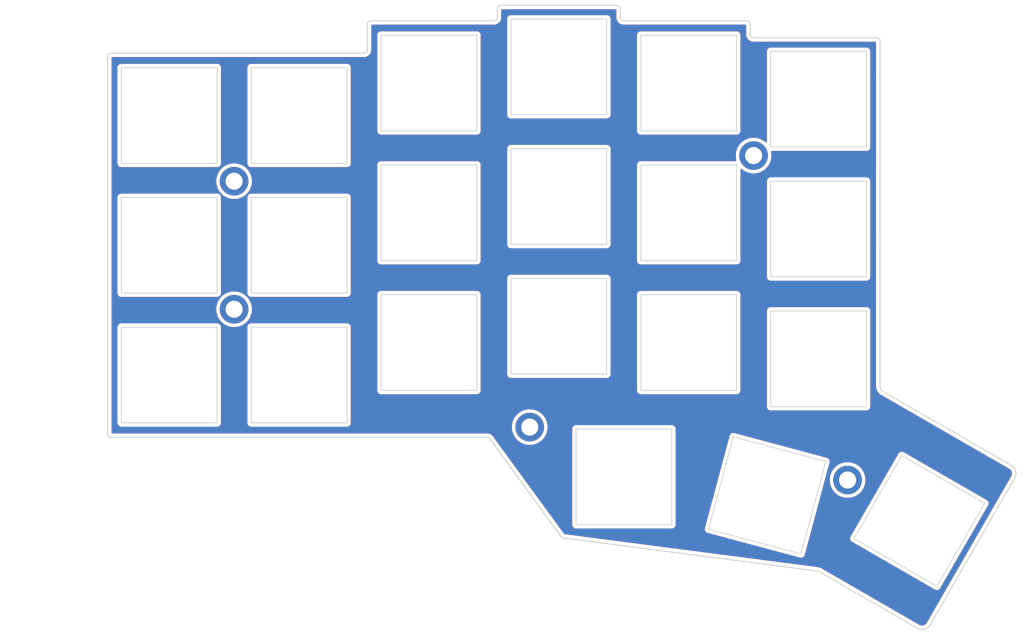
<source format=kicad_pcb>
(kicad_pcb (version 20171130) (host pcbnew "(5.1.5-0-10_14)")

  (general
    (thickness 1.6)
    (drawings 35)
    (tracks 0)
    (zones 0)
    (modules 28)
    (nets 1)
  )

  (page A4)
  (title_block
    (title "Corne Top Plate")
    (date 2018-12-09)
    (rev 2.1)
    (company foostan)
  )

  (layers
    (0 F.Cu signal)
    (31 B.Cu signal)
    (32 B.Adhes user)
    (33 F.Adhes user)
    (34 B.Paste user)
    (35 F.Paste user)
    (36 B.SilkS user)
    (37 F.SilkS user)
    (38 B.Mask user)
    (39 F.Mask user)
    (40 Dwgs.User user)
    (41 Cmts.User user)
    (42 Eco1.User user)
    (43 Eco2.User user)
    (44 Edge.Cuts user)
    (45 Margin user)
    (46 B.CrtYd user)
    (47 F.CrtYd user)
    (48 B.Fab user)
    (49 F.Fab user)
  )

  (setup
    (last_trace_width 0.25)
    (user_trace_width 0.2)
    (user_trace_width 0.5)
    (trace_clearance 0.2)
    (zone_clearance 0.508)
    (zone_45_only no)
    (trace_min 0.2)
    (via_size 0.6)
    (via_drill 0.4)
    (via_min_size 0.4)
    (via_min_drill 0.3)
    (uvia_size 0.3)
    (uvia_drill 0.1)
    (uvias_allowed no)
    (uvia_min_size 0.2)
    (uvia_min_drill 0.1)
    (edge_width 0.15)
    (segment_width 0.1)
    (pcb_text_width 0.3)
    (pcb_text_size 1.5 1.5)
    (mod_edge_width 0.15)
    (mod_text_size 1 1)
    (mod_text_width 0.15)
    (pad_size 4 4)
    (pad_drill 2.2)
    (pad_to_mask_clearance 0.2)
    (aux_axis_origin 174 65.7)
    (grid_origin 70.01 77.125)
    (visible_elements FFFFFF7F)
    (pcbplotparams
      (layerselection 0x010f0_ffffffff)
      (usegerberextensions true)
      (usegerberattributes false)
      (usegerberadvancedattributes false)
      (creategerberjobfile false)
      (excludeedgelayer true)
      (linewidth 0.100000)
      (plotframeref false)
      (viasonmask false)
      (mode 1)
      (useauxorigin false)
      (hpglpennumber 1)
      (hpglpenspeed 20)
      (hpglpendiameter 15.000000)
      (psnegative false)
      (psa4output false)
      (plotreference true)
      (plotvalue true)
      (plotinvisibletext false)
      (padsonsilk false)
      (subtractmaskfromsilk false)
      (outputformat 1)
      (mirror false)
      (drillshape 0)
      (scaleselection 1)
      (outputdirectory "../../../../../../../Desktop/2020-08-15/jlcpcb/corne-top/"))
  )

  (net 0 "")

  (net_class Default "これは標準のネット クラスです。"
    (clearance 0.2)
    (trace_width 0.25)
    (via_dia 0.6)
    (via_drill 0.4)
    (uvia_dia 0.3)
    (uvia_drill 0.1)
  )

  (module kbd:M2_Hole_TH (layer F.Cu) (tedit 5F76084B) (tstamp 5AAA7D53)
    (at 169.25 130.5)
    (fp_text reference "" (at 0 -3.2) (layer F.SilkS)
      (effects (font (size 1 1) (thickness 0.15)))
    )
    (fp_text value "" (at 0 3.2) (layer F.Fab)
      (effects (font (size 1 1) (thickness 0.15)))
    )
    (fp_text user %R (at 0.3 0) (layer F.Fab)
      (effects (font (size 1 1) (thickness 0.15)))
    )
    (pad "" thru_hole circle (at 0 0) (size 4.2 4.2) (drill 2.5) (layers *.Cu *.Mask))
  )

  (module kbd:M2_Hole_TH (layer F.Cu) (tedit 5F76084B) (tstamp 5AAA5A9F)
    (at 79.5 105.5)
    (fp_text reference "" (at 0 -3.2) (layer F.SilkS)
      (effects (font (size 1 1) (thickness 0.15)))
    )
    (fp_text value "" (at 0 3.2) (layer F.Fab)
      (effects (font (size 1 1) (thickness 0.15)))
    )
    (fp_text user %R (at 0.3 0) (layer F.Fab)
      (effects (font (size 1 1) (thickness 0.15)))
    )
    (pad "" thru_hole circle (at 0 0) (size 4.2 4.2) (drill 2.5) (layers *.Cu *.Mask))
  )

  (module kbd:M2_Hole_TH (layer F.Cu) (tedit 5F76084B) (tstamp 5AAA7C39)
    (at 155.5 83)
    (fp_text reference "" (at 0 -3.2) (layer F.SilkS)
      (effects (font (size 1 1) (thickness 0.15)))
    )
    (fp_text value "" (at 0 3.2) (layer F.Fab)
      (effects (font (size 1 1) (thickness 0.15)))
    )
    (fp_text user %R (at 0.3 0) (layer F.Fab)
      (effects (font (size 1 1) (thickness 0.15)))
    )
    (pad "" thru_hole circle (at 0 0) (size 4.2 4.2) (drill 2.5) (layers *.Cu *.Mask))
  )

  (module kbd:M2_Hole_TH (layer F.Cu) (tedit 5F76084B) (tstamp 5AAA5A7C)
    (at 79.5 86.75)
    (fp_text reference "" (at 0 -3.2) (layer F.SilkS)
      (effects (font (size 1 1) (thickness 0.15)))
    )
    (fp_text value "" (at 0 3.2) (layer F.Fab)
      (effects (font (size 1 1) (thickness 0.15)))
    )
    (fp_text user %R (at 0.3 0) (layer F.Fab)
      (effects (font (size 1 1) (thickness 0.15)))
    )
    (pad "" thru_hole circle (at 0 0) (size 4.2 4.2) (drill 2.5) (layers *.Cu *.Mask))
  )

  (module kbd:M2_Hole_TH (layer F.Cu) (tedit 5F76084B) (tstamp 5AAA7C4A)
    (at 122.75 122.75)
    (fp_text reference "" (at 0 -3.2) (layer F.SilkS)
      (effects (font (size 1 1) (thickness 0.15)))
    )
    (fp_text value "" (at 0 3.2) (layer F.Fab)
      (effects (font (size 1 1) (thickness 0.15)))
    )
    (fp_text user %R (at 0.3 0) (layer F.Fab)
      (effects (font (size 1 1) (thickness 0.15)))
    )
    (pad "" thru_hole circle (at 0 0) (size 4.2 4.2) (drill 2.5) (layers *.Cu *.Mask))
  )

  (module kbd:corne-logo-horizontal-mask (layer B.Cu) (tedit 5F379277) (tstamp 5F37F48F)
    (at 108.085 121.975 180)
    (fp_text reference G*** (at 0 0) (layer B.SilkS) hide
      (effects (font (size 1.524 1.524) (thickness 0.3)) (justify mirror))
    )
    (fp_text value LOGO (at 0.75 0) (layer B.SilkS) hide
      (effects (font (size 1.524 1.524) (thickness 0.3)) (justify mirror))
    )
    (fp_poly (pts (xy -4.440451 1.224012) (xy -4.325752 1.197898) (xy -4.10465 1.107361) (xy -3.913207 0.980964)
      (xy -3.756278 0.823012) (xy -3.638718 0.637812) (xy -3.604063 0.557746) (xy -3.570036 0.464269)
      (xy -3.558417 0.405239) (xy -3.575702 0.372739) (xy -3.628388 0.358851) (xy -3.722971 0.355657)
      (xy -3.769931 0.3556) (xy -3.983861 0.355601) (xy -4.014767 0.449246) (xy -4.081357 0.575106)
      (xy -4.187862 0.686497) (xy -4.324037 0.776988) (xy -4.479636 0.840146) (xy -4.644415 0.869539)
      (xy -4.686301 0.870858) (xy -4.868631 0.84809) (xy -5.038935 0.783779) (xy -5.188484 0.683911)
      (xy -5.308547 0.554474) (xy -5.390395 0.401453) (xy -5.396593 0.383733) (xy -5.430144 0.225076)
      (xy -5.435927 0.049598) (xy -5.415241 -0.124327) (xy -5.369387 -0.278322) (xy -5.346325 -0.326531)
      (xy -5.240596 -0.477138) (xy -5.105721 -0.589303) (xy -4.958398 -0.660915) (xy -4.779711 -0.703926)
      (xy -4.600241 -0.703773) (xy -4.428428 -0.663785) (xy -4.27271 -0.587291) (xy -4.141526 -0.477622)
      (xy -4.043316 -0.338106) (xy -4.021733 -0.291389) (xy -3.9751 -0.17799) (xy -3.76555 -0.177895)
      (xy -3.662832 -0.178561) (xy -3.600716 -0.18262) (xy -3.569005 -0.192992) (xy -3.557503 -0.212594)
      (xy -3.556 -0.237887) (xy -3.571525 -0.312902) (xy -3.613076 -0.412781) (xy -3.673122 -0.524252)
      (xy -3.744131 -0.634041) (xy -3.818571 -0.728876) (xy -3.857462 -0.769119) (xy -4.037236 -0.904131)
      (xy -4.246093 -1.004811) (xy -4.47294 -1.067913) (xy -4.706682 -1.090194) (xy -4.9022 -1.074664)
      (xy -5.095413 -1.023943) (xy -5.283049 -0.940877) (xy -5.45274 -0.83286) (xy -5.592117 -0.707289)
      (xy -5.659011 -0.622165) (xy -5.74034 -0.487841) (xy -5.79623 -0.362887) (xy -5.830809 -0.232138)
      (xy -5.848207 -0.08043) (xy -5.852586 0.0889) (xy -5.851081 0.229806) (xy -5.845379 0.333812)
      (xy -5.833702 0.414764) (xy -5.81427 0.486506) (xy -5.794649 0.539803) (xy -5.689003 0.739457)
      (xy -5.542738 0.915974) (xy -5.363624 1.061684) (xy -5.159431 1.168915) (xy -5.1562 1.170198)
      (xy -5.000217 1.214086) (xy -4.816245 1.238108) (xy -4.623313 1.241628) (xy -4.440451 1.224012)) (layer B.Mask) (width 0.01))
    (fp_poly (pts (xy -2.057514 1.23816) (xy -1.80406 1.202889) (xy -1.575975 1.126193) (xy -1.376325 1.010135)
      (xy -1.208175 0.856778) (xy -1.074592 0.668184) (xy -1.010044 0.5334) (xy -0.978482 0.419295)
      (xy -0.958215 0.271629) (xy -0.94947 0.10642) (xy -0.952475 -0.060313) (xy -0.967457 -0.212551)
      (xy -0.994644 -0.334275) (xy -0.997595 -0.3429) (xy -1.093981 -0.540172) (xy -1.233225 -0.716574)
      (xy -1.409821 -0.866769) (xy -1.618259 -0.985421) (xy -1.69316 -1.01677) (xy -1.825179 -1.053019)
      (xy -1.988165 -1.076467) (xy -2.163719 -1.086287) (xy -2.33344 -1.08165) (xy -2.478926 -1.061729)
      (xy -2.511747 -1.053599) (xy -2.725647 -0.971401) (xy -2.920379 -0.853093) (xy -3.087345 -0.705635)
      (xy -3.217944 -0.535986) (xy -3.268818 -0.440895) (xy -3.307163 -0.338102) (xy -3.341349 -0.213876)
      (xy -3.361401 -0.110628) (xy -3.368752 0.030776) (xy -2.944426 0.030776) (xy -2.930091 -0.116866)
      (xy -2.909959 -0.198207) (xy -2.856706 -0.310941) (xy -2.776305 -0.426333) (xy -2.682322 -0.527702)
      (xy -2.588326 -0.598365) (xy -2.581542 -0.60202) (xy -2.384802 -0.678118) (xy -2.179811 -0.708463)
      (xy -1.976396 -0.692243) (xy -1.863836 -0.661468) (xy -1.686556 -0.574347) (xy -1.54209 -0.450677)
      (xy -1.434913 -0.294341) (xy -1.43048 -0.285466) (xy -1.37749 -0.129401) (xy -1.355507 0.047702)
      (xy -1.364861 0.226983) (xy -1.405879 0.389579) (xy -1.418211 0.4191) (xy -1.515542 0.578094)
      (xy -1.643239 0.702908) (xy -1.793936 0.793377) (xy -1.960264 0.849334) (xy -2.134858 0.870614)
      (xy -2.310351 0.857051) (xy -2.479376 0.808478) (xy -2.634566 0.72473) (xy -2.768555 0.60564)
      (xy -2.873535 0.451899) (xy -2.915081 0.334193) (xy -2.939067 0.187474) (xy -2.944426 0.030776)
      (xy -3.368752 0.030776) (xy -3.374262 0.136764) (xy -3.34185 0.371307) (xy -3.26665 0.587948)
      (xy -3.151143 0.781635) (xy -2.997813 0.947313) (xy -2.80914 1.079931) (xy -2.765081 1.103197)
      (xy -2.590795 1.177947) (xy -2.41947 1.222719) (xy -2.233595 1.240853) (xy -2.057514 1.23816)) (layer B.Mask) (width 0.01))
    (fp_poly (pts (xy 4.73403 1.221594) (xy 4.956394 1.155295) (xy 5.154633 1.049787) (xy 5.324579 0.909153)
      (xy 5.462059 0.737476) (xy 5.562904 0.538838) (xy 5.622943 0.317322) (xy 5.6388 0.121664)
      (xy 5.6388 -0.0254) (xy 3.7338 -0.0254) (xy 3.7338 -0.098498) (xy 3.756717 -0.221649)
      (xy 3.820155 -0.349172) (xy 3.916143 -0.470298) (xy 4.036711 -0.574256) (xy 4.125888 -0.628239)
      (xy 4.261742 -0.679647) (xy 4.422404 -0.704683) (xy 4.435372 -0.705596) (xy 4.617629 -0.703127)
      (xy 4.771303 -0.666329) (xy 4.908995 -0.590614) (xy 5.023693 -0.491419) (xy 5.159513 -0.3556)
      (xy 5.362768 -0.3556) (xy 5.463311 -0.356246) (xy 5.522533 -0.360122) (xy 5.54991 -0.370133)
      (xy 5.554919 -0.389182) (xy 5.54923 -0.41275) (xy 5.510917 -0.498398) (xy 5.445999 -0.601086)
      (xy 5.366274 -0.704606) (xy 5.283544 -0.792746) (xy 5.253357 -0.819173) (xy 5.05449 -0.948773)
      (xy 4.831802 -1.038237) (xy 4.595096 -1.085509) (xy 4.354173 -1.088535) (xy 4.142857 -1.052004)
      (xy 3.921745 -0.967879) (xy 3.726925 -0.844023) (xy 3.563325 -0.685554) (xy 3.435874 -0.49759)
      (xy 3.349501 -0.285249) (xy 3.330344 -0.208299) (xy 3.299808 0.041758) (xy 3.313541 0.281339)
      (xy 3.325722 0.3302) (xy 3.735057 0.3302) (xy 4.458328 0.3302) (xy 4.670914 0.330472)
      (xy 4.837999 0.331479) (xy 4.964879 0.333506) (xy 5.056851 0.336842) (xy 5.119212 0.341771)
      (xy 5.157259 0.34858) (xy 5.176288 0.357556) (xy 5.181597 0.368986) (xy 5.1816 0.369312)
      (xy 5.161223 0.451242) (xy 5.106525 0.546827) (xy 5.027152 0.644278) (xy 4.932748 0.731805)
      (xy 4.832961 0.797617) (xy 4.829903 0.799174) (xy 4.690847 0.846723) (xy 4.526733 0.867986)
      (xy 4.355928 0.86304) (xy 4.196798 0.831961) (xy 4.10506 0.796156) (xy 3.958526 0.694514)
      (xy 3.839649 0.553203) (xy 3.759265 0.393873) (xy 3.735057 0.3302) (xy 3.325722 0.3302)
      (xy 3.369367 0.505265) (xy 3.465106 0.708357) (xy 3.598579 0.885437) (xy 3.767608 1.031328)
      (xy 3.880499 1.099311) (xy 4.075103 1.183254) (xy 4.272426 1.230099) (xy 4.491713 1.2446)
      (xy 4.73403 1.221594)) (layer B.Mask) (width 0.01))
    (fp_poly (pts (xy 0.539737 1.254564) (xy 0.6858 1.238039) (xy 0.6858 0.867271) (xy 0.55245 0.880932)
      (xy 0.368351 0.875861) (xy 0.198952 0.824078) (xy 0.050381 0.728944) (xy -0.071234 0.593821)
      (xy -0.120111 0.512131) (xy -0.2032 0.351162) (xy -0.2032 -1.0414) (xy -0.635 -1.0414)
      (xy -0.635 1.221255) (xy -0.42545 1.213878) (xy -0.2159 1.2065) (xy -0.1905 0.984642)
      (xy -0.139731 1.041054) (xy -0.021554 1.137643) (xy 0.130298 1.208733) (xy 0.303542 1.250464)
      (xy 0.48589 1.258975) (xy 0.539737 1.254564)) (layer B.Mask) (width 0.01))
    (fp_poly (pts (xy 2.201991 1.231209) (xy 2.296075 1.227549) (xy 2.36649 1.218545) (xy 2.426801 1.201819)
      (xy 2.49057 1.174995) (xy 2.544751 1.148829) (xy 2.715798 1.040487) (xy 2.849048 0.901327)
      (xy 2.946379 0.728622) (xy 3.009668 0.519646) (xy 3.021075 0.4572) (xy 3.028364 0.38623)
      (xy 3.034903 0.273475) (xy 3.040403 0.127951) (xy 3.044574 -0.04133) (xy 3.047127 -0.225353)
      (xy 3.047808 -0.37465) (xy 3.048 -1.0414) (xy 2.6162 -1.0414) (xy 2.6162 -0.32211)
      (xy 2.615593 -0.093457) (xy 2.6136 0.090242) (xy 2.609963 0.234823) (xy 2.604422 0.346118)
      (xy 2.596719 0.429963) (xy 2.586595 0.492191) (xy 2.578697 0.523466) (xy 2.513937 0.661693)
      (xy 2.41303 0.764894) (xy 2.277603 0.832016) (xy 2.10928 0.862001) (xy 2.054812 0.8636)
      (xy 1.892341 0.853183) (xy 1.762362 0.818306) (xy 1.650264 0.753528) (xy 1.57036 0.683274)
      (xy 1.516173 0.626269) (xy 1.472791 0.570499) (xy 1.439023 0.509635) (xy 1.413679 0.437348)
      (xy 1.395567 0.347311) (xy 1.383496 0.233195) (xy 1.376277 0.088673) (xy 1.372717 -0.092585)
      (xy 1.371626 -0.316907) (xy 1.3716 -0.37291) (xy 1.3716 -1.0414) (xy 0.9398 -1.0414)
      (xy 0.9398 1.2192) (xy 1.3716 1.2192) (xy 1.3716 0.961293) (xy 1.453864 1.043558)
      (xy 1.540252 1.119164) (xy 1.630955 1.172431) (xy 1.736978 1.206718) (xy 1.869324 1.225384)
      (xy 2.038995 1.231789) (xy 2.070674 1.2319) (xy 2.201991 1.231209)) (layer B.Mask) (width 0.01))
  )

  (module kbd:corne-logo-horizontal-mask (layer F.Cu) (tedit 5F379277) (tstamp 5F37F485)
    (at 108.335 121.925)
    (fp_text reference G*** (at 0 0) (layer F.SilkS) hide
      (effects (font (size 1.524 1.524) (thickness 0.3)))
    )
    (fp_text value LOGO (at 0.75 0) (layer F.SilkS) hide
      (effects (font (size 1.524 1.524) (thickness 0.3)))
    )
    (fp_poly (pts (xy 2.201991 -1.231209) (xy 2.296075 -1.227549) (xy 2.36649 -1.218545) (xy 2.426801 -1.201819)
      (xy 2.49057 -1.174995) (xy 2.544751 -1.148829) (xy 2.715798 -1.040487) (xy 2.849048 -0.901327)
      (xy 2.946379 -0.728622) (xy 3.009668 -0.519646) (xy 3.021075 -0.4572) (xy 3.028364 -0.38623)
      (xy 3.034903 -0.273475) (xy 3.040403 -0.127951) (xy 3.044574 0.04133) (xy 3.047127 0.225353)
      (xy 3.047808 0.37465) (xy 3.048 1.0414) (xy 2.6162 1.0414) (xy 2.6162 0.32211)
      (xy 2.615593 0.093457) (xy 2.6136 -0.090242) (xy 2.609963 -0.234823) (xy 2.604422 -0.346118)
      (xy 2.596719 -0.429963) (xy 2.586595 -0.492191) (xy 2.578697 -0.523466) (xy 2.513937 -0.661693)
      (xy 2.41303 -0.764894) (xy 2.277603 -0.832016) (xy 2.10928 -0.862001) (xy 2.054812 -0.8636)
      (xy 1.892341 -0.853183) (xy 1.762362 -0.818306) (xy 1.650264 -0.753528) (xy 1.57036 -0.683274)
      (xy 1.516173 -0.626269) (xy 1.472791 -0.570499) (xy 1.439023 -0.509635) (xy 1.413679 -0.437348)
      (xy 1.395567 -0.347311) (xy 1.383496 -0.233195) (xy 1.376277 -0.088673) (xy 1.372717 0.092585)
      (xy 1.371626 0.316907) (xy 1.3716 0.37291) (xy 1.3716 1.0414) (xy 0.9398 1.0414)
      (xy 0.9398 -1.2192) (xy 1.3716 -1.2192) (xy 1.3716 -0.961293) (xy 1.453864 -1.043558)
      (xy 1.540252 -1.119164) (xy 1.630955 -1.172431) (xy 1.736978 -1.206718) (xy 1.869324 -1.225384)
      (xy 2.038995 -1.231789) (xy 2.070674 -1.2319) (xy 2.201991 -1.231209)) (layer F.Mask) (width 0.01))
    (fp_poly (pts (xy 0.539737 -1.254564) (xy 0.6858 -1.238039) (xy 0.6858 -0.867271) (xy 0.55245 -0.880932)
      (xy 0.368351 -0.875861) (xy 0.198952 -0.824078) (xy 0.050381 -0.728944) (xy -0.071234 -0.593821)
      (xy -0.120111 -0.512131) (xy -0.2032 -0.351162) (xy -0.2032 1.0414) (xy -0.635 1.0414)
      (xy -0.635 -1.221255) (xy -0.42545 -1.213878) (xy -0.2159 -1.2065) (xy -0.1905 -0.984642)
      (xy -0.139731 -1.041054) (xy -0.021554 -1.137643) (xy 0.130298 -1.208733) (xy 0.303542 -1.250464)
      (xy 0.48589 -1.258975) (xy 0.539737 -1.254564)) (layer F.Mask) (width 0.01))
    (fp_poly (pts (xy 4.73403 -1.221594) (xy 4.956394 -1.155295) (xy 5.154633 -1.049787) (xy 5.324579 -0.909153)
      (xy 5.462059 -0.737476) (xy 5.562904 -0.538838) (xy 5.622943 -0.317322) (xy 5.6388 -0.121664)
      (xy 5.6388 0.0254) (xy 3.7338 0.0254) (xy 3.7338 0.098498) (xy 3.756717 0.221649)
      (xy 3.820155 0.349172) (xy 3.916143 0.470298) (xy 4.036711 0.574256) (xy 4.125888 0.628239)
      (xy 4.261742 0.679647) (xy 4.422404 0.704683) (xy 4.435372 0.705596) (xy 4.617629 0.703127)
      (xy 4.771303 0.666329) (xy 4.908995 0.590614) (xy 5.023693 0.491419) (xy 5.159513 0.3556)
      (xy 5.362768 0.3556) (xy 5.463311 0.356246) (xy 5.522533 0.360122) (xy 5.54991 0.370133)
      (xy 5.554919 0.389182) (xy 5.54923 0.41275) (xy 5.510917 0.498398) (xy 5.445999 0.601086)
      (xy 5.366274 0.704606) (xy 5.283544 0.792746) (xy 5.253357 0.819173) (xy 5.05449 0.948773)
      (xy 4.831802 1.038237) (xy 4.595096 1.085509) (xy 4.354173 1.088535) (xy 4.142857 1.052004)
      (xy 3.921745 0.967879) (xy 3.726925 0.844023) (xy 3.563325 0.685554) (xy 3.435874 0.49759)
      (xy 3.349501 0.285249) (xy 3.330344 0.208299) (xy 3.299808 -0.041758) (xy 3.313541 -0.281339)
      (xy 3.325722 -0.3302) (xy 3.735057 -0.3302) (xy 4.458328 -0.3302) (xy 4.670914 -0.330472)
      (xy 4.837999 -0.331479) (xy 4.964879 -0.333506) (xy 5.056851 -0.336842) (xy 5.119212 -0.341771)
      (xy 5.157259 -0.34858) (xy 5.176288 -0.357556) (xy 5.181597 -0.368986) (xy 5.1816 -0.369312)
      (xy 5.161223 -0.451242) (xy 5.106525 -0.546827) (xy 5.027152 -0.644278) (xy 4.932748 -0.731805)
      (xy 4.832961 -0.797617) (xy 4.829903 -0.799174) (xy 4.690847 -0.846723) (xy 4.526733 -0.867986)
      (xy 4.355928 -0.86304) (xy 4.196798 -0.831961) (xy 4.10506 -0.796156) (xy 3.958526 -0.694514)
      (xy 3.839649 -0.553203) (xy 3.759265 -0.393873) (xy 3.735057 -0.3302) (xy 3.325722 -0.3302)
      (xy 3.369367 -0.505265) (xy 3.465106 -0.708357) (xy 3.598579 -0.885437) (xy 3.767608 -1.031328)
      (xy 3.880499 -1.099311) (xy 4.075103 -1.183254) (xy 4.272426 -1.230099) (xy 4.491713 -1.2446)
      (xy 4.73403 -1.221594)) (layer F.Mask) (width 0.01))
    (fp_poly (pts (xy -2.057514 -1.23816) (xy -1.80406 -1.202889) (xy -1.575975 -1.126193) (xy -1.376325 -1.010135)
      (xy -1.208175 -0.856778) (xy -1.074592 -0.668184) (xy -1.010044 -0.5334) (xy -0.978482 -0.419295)
      (xy -0.958215 -0.271629) (xy -0.94947 -0.10642) (xy -0.952475 0.060313) (xy -0.967457 0.212551)
      (xy -0.994644 0.334275) (xy -0.997595 0.3429) (xy -1.093981 0.540172) (xy -1.233225 0.716574)
      (xy -1.409821 0.866769) (xy -1.618259 0.985421) (xy -1.69316 1.01677) (xy -1.825179 1.053019)
      (xy -1.988165 1.076467) (xy -2.163719 1.086287) (xy -2.33344 1.08165) (xy -2.478926 1.061729)
      (xy -2.511747 1.053599) (xy -2.725647 0.971401) (xy -2.920379 0.853093) (xy -3.087345 0.705635)
      (xy -3.217944 0.535986) (xy -3.268818 0.440895) (xy -3.307163 0.338102) (xy -3.341349 0.213876)
      (xy -3.361401 0.110628) (xy -3.368752 -0.030776) (xy -2.944426 -0.030776) (xy -2.930091 0.116866)
      (xy -2.909959 0.198207) (xy -2.856706 0.310941) (xy -2.776305 0.426333) (xy -2.682322 0.527702)
      (xy -2.588326 0.598365) (xy -2.581542 0.60202) (xy -2.384802 0.678118) (xy -2.179811 0.708463)
      (xy -1.976396 0.692243) (xy -1.863836 0.661468) (xy -1.686556 0.574347) (xy -1.54209 0.450677)
      (xy -1.434913 0.294341) (xy -1.43048 0.285466) (xy -1.37749 0.129401) (xy -1.355507 -0.047702)
      (xy -1.364861 -0.226983) (xy -1.405879 -0.389579) (xy -1.418211 -0.4191) (xy -1.515542 -0.578094)
      (xy -1.643239 -0.702908) (xy -1.793936 -0.793377) (xy -1.960264 -0.849334) (xy -2.134858 -0.870614)
      (xy -2.310351 -0.857051) (xy -2.479376 -0.808478) (xy -2.634566 -0.72473) (xy -2.768555 -0.60564)
      (xy -2.873535 -0.451899) (xy -2.915081 -0.334193) (xy -2.939067 -0.187474) (xy -2.944426 -0.030776)
      (xy -3.368752 -0.030776) (xy -3.374262 -0.136764) (xy -3.34185 -0.371307) (xy -3.26665 -0.587948)
      (xy -3.151143 -0.781635) (xy -2.997813 -0.947313) (xy -2.80914 -1.079931) (xy -2.765081 -1.103197)
      (xy -2.590795 -1.177947) (xy -2.41947 -1.222719) (xy -2.233595 -1.240853) (xy -2.057514 -1.23816)) (layer F.Mask) (width 0.01))
    (fp_poly (pts (xy -4.440451 -1.224012) (xy -4.325752 -1.197898) (xy -4.10465 -1.107361) (xy -3.913207 -0.980964)
      (xy -3.756278 -0.823012) (xy -3.638718 -0.637812) (xy -3.604063 -0.557746) (xy -3.570036 -0.464269)
      (xy -3.558417 -0.405239) (xy -3.575702 -0.372739) (xy -3.628388 -0.358851) (xy -3.722971 -0.355657)
      (xy -3.769931 -0.3556) (xy -3.983861 -0.355601) (xy -4.014767 -0.449246) (xy -4.081357 -0.575106)
      (xy -4.187862 -0.686497) (xy -4.324037 -0.776988) (xy -4.479636 -0.840146) (xy -4.644415 -0.869539)
      (xy -4.686301 -0.870858) (xy -4.868631 -0.84809) (xy -5.038935 -0.783779) (xy -5.188484 -0.683911)
      (xy -5.308547 -0.554474) (xy -5.390395 -0.401453) (xy -5.396593 -0.383733) (xy -5.430144 -0.225076)
      (xy -5.435927 -0.049598) (xy -5.415241 0.124327) (xy -5.369387 0.278322) (xy -5.346325 0.326531)
      (xy -5.240596 0.477138) (xy -5.105721 0.589303) (xy -4.958398 0.660915) (xy -4.779711 0.703926)
      (xy -4.600241 0.703773) (xy -4.428428 0.663785) (xy -4.27271 0.587291) (xy -4.141526 0.477622)
      (xy -4.043316 0.338106) (xy -4.021733 0.291389) (xy -3.9751 0.17799) (xy -3.76555 0.177895)
      (xy -3.662832 0.178561) (xy -3.600716 0.18262) (xy -3.569005 0.192992) (xy -3.557503 0.212594)
      (xy -3.556 0.237887) (xy -3.571525 0.312902) (xy -3.613076 0.412781) (xy -3.673122 0.524252)
      (xy -3.744131 0.634041) (xy -3.818571 0.728876) (xy -3.857462 0.769119) (xy -4.037236 0.904131)
      (xy -4.246093 1.004811) (xy -4.47294 1.067913) (xy -4.706682 1.090194) (xy -4.9022 1.074664)
      (xy -5.095413 1.023943) (xy -5.283049 0.940877) (xy -5.45274 0.83286) (xy -5.592117 0.707289)
      (xy -5.659011 0.622165) (xy -5.74034 0.487841) (xy -5.79623 0.362887) (xy -5.830809 0.232138)
      (xy -5.848207 0.08043) (xy -5.852586 -0.0889) (xy -5.851081 -0.229806) (xy -5.845379 -0.333812)
      (xy -5.833702 -0.414764) (xy -5.81427 -0.486506) (xy -5.794649 -0.539803) (xy -5.689003 -0.739457)
      (xy -5.542738 -0.915974) (xy -5.363624 -1.061684) (xy -5.159431 -1.168915) (xy -5.1562 -1.170198)
      (xy -5.000217 -1.214086) (xy -4.816245 -1.238108) (xy -4.623313 -1.241628) (xy -4.440451 -1.224012)) (layer F.Mask) (width 0.01))
  )

  (module kbd:SW_Hole (layer F.Cu) (tedit 5F1B7F65) (tstamp 5DC20BEA)
    (at 179.75 136.485 330)
    (fp_text reference SW2 (at 7 8.1 150) (layer F.SilkS) hide
      (effects (font (size 1 1) (thickness 0.15)))
    )
    (fp_text value KEY_SWITCH (at -7.4 -8.1 150) (layer F.Fab) hide
      (effects (font (size 1 1) (thickness 0.15)))
    )
    (fp_line (start 7 -7) (end -7 -7) (layer Edge.Cuts) (width 0.12))
    (fp_line (start 7 7) (end 7 -7) (layer Edge.Cuts) (width 0.12))
    (fp_line (start -7 7) (end 7 7) (layer Edge.Cuts) (width 0.12))
    (fp_line (start -7 -7) (end -7 7) (layer Edge.Cuts) (width 0.12))
    (fp_line (start 9.525 -9.525) (end -9.525 -9.525) (layer F.Fab) (width 0.15))
    (fp_line (start -9.525 -9.525) (end -9.525 9.525) (layer F.Fab) (width 0.15))
    (fp_line (start -9.525 9.525) (end 9.525 9.525) (layer F.Fab) (width 0.15))
    (fp_line (start 9.525 9.525) (end 9.525 -9.525) (layer F.Fab) (width 0.15))
  )

  (module kbd:SW_Hole (layer F.Cu) (tedit 5F1B7F65) (tstamp 5DC20BC9)
    (at 157.492 132.744 345)
    (fp_text reference SW2 (at 7.000001 8.1 165) (layer F.SilkS) hide
      (effects (font (size 1 1) (thickness 0.15)))
    )
    (fp_text value KEY_SWITCH (at -7.4 -8.1 165) (layer F.Fab) hide
      (effects (font (size 1 1) (thickness 0.15)))
    )
    (fp_line (start 7 -7) (end -7 -7) (layer Edge.Cuts) (width 0.12))
    (fp_line (start 7 7) (end 7 -7) (layer Edge.Cuts) (width 0.12))
    (fp_line (start -7 7) (end 7 7) (layer Edge.Cuts) (width 0.12))
    (fp_line (start -7 -7) (end -7 7) (layer Edge.Cuts) (width 0.12))
    (fp_line (start 9.525 -9.525) (end -9.525 -9.525) (layer F.Fab) (width 0.15))
    (fp_line (start -9.525 -9.525) (end -9.525 9.525) (layer F.Fab) (width 0.15))
    (fp_line (start -9.525 9.525) (end 9.525 9.525) (layer F.Fab) (width 0.15))
    (fp_line (start 9.525 9.525) (end 9.525 -9.525) (layer F.Fab) (width 0.15))
  )

  (module kbd:SW_Hole (layer F.Cu) (tedit 5F1B7F65) (tstamp 5DC20B59)
    (at 136.53 130.035)
    (fp_text reference SW2 (at 7 8.1) (layer F.SilkS) hide
      (effects (font (size 1 1) (thickness 0.15)))
    )
    (fp_text value KEY_SWITCH (at -7.4 -8.1) (layer F.Fab) hide
      (effects (font (size 1 1) (thickness 0.15)))
    )
    (fp_line (start 7 -7) (end -7 -7) (layer Edge.Cuts) (width 0.12))
    (fp_line (start 7 7) (end 7 -7) (layer Edge.Cuts) (width 0.12))
    (fp_line (start -7 7) (end 7 7) (layer Edge.Cuts) (width 0.12))
    (fp_line (start -7 -7) (end -7 7) (layer Edge.Cuts) (width 0.12))
    (fp_line (start 9.525 -9.525) (end -9.525 -9.525) (layer F.Fab) (width 0.15))
    (fp_line (start -9.525 -9.525) (end -9.525 9.525) (layer F.Fab) (width 0.15))
    (fp_line (start -9.525 9.525) (end 9.525 9.525) (layer F.Fab) (width 0.15))
    (fp_line (start 9.525 9.525) (end 9.525 -9.525) (layer F.Fab) (width 0.15))
  )

  (module kbd:SW_Hole (layer F.Cu) (tedit 5F1B7F65) (tstamp 5DC20AAA)
    (at 165.01 112.75)
    (fp_text reference SW2 (at 7 8.1) (layer F.SilkS) hide
      (effects (font (size 1 1) (thickness 0.15)))
    )
    (fp_text value KEY_SWITCH (at -7.4 -8.1) (layer F.Fab) hide
      (effects (font (size 1 1) (thickness 0.15)))
    )
    (fp_line (start 7 -7) (end -7 -7) (layer Edge.Cuts) (width 0.12))
    (fp_line (start 7 7) (end 7 -7) (layer Edge.Cuts) (width 0.12))
    (fp_line (start -7 7) (end 7 7) (layer Edge.Cuts) (width 0.12))
    (fp_line (start -7 -7) (end -7 7) (layer Edge.Cuts) (width 0.12))
    (fp_line (start 9.525 -9.525) (end -9.525 -9.525) (layer F.Fab) (width 0.15))
    (fp_line (start -9.525 -9.525) (end -9.525 9.525) (layer F.Fab) (width 0.15))
    (fp_line (start -9.525 9.525) (end 9.525 9.525) (layer F.Fab) (width 0.15))
    (fp_line (start 9.525 9.525) (end 9.525 -9.525) (layer F.Fab) (width 0.15))
  )

  (module kbd:SW_Hole (layer F.Cu) (tedit 5F1B7F65) (tstamp 5DC20A9F)
    (at 165.01 74.75)
    (fp_text reference SW2 (at 7 8.1) (layer F.SilkS) hide
      (effects (font (size 1 1) (thickness 0.15)))
    )
    (fp_text value KEY_SWITCH (at -7.4 -8.1) (layer F.Fab) hide
      (effects (font (size 1 1) (thickness 0.15)))
    )
    (fp_line (start 7 -7) (end -7 -7) (layer Edge.Cuts) (width 0.12))
    (fp_line (start 7 7) (end 7 -7) (layer Edge.Cuts) (width 0.12))
    (fp_line (start -7 7) (end 7 7) (layer Edge.Cuts) (width 0.12))
    (fp_line (start -7 -7) (end -7 7) (layer Edge.Cuts) (width 0.12))
    (fp_line (start 9.525 -9.525) (end -9.525 -9.525) (layer F.Fab) (width 0.15))
    (fp_line (start -9.525 -9.525) (end -9.525 9.525) (layer F.Fab) (width 0.15))
    (fp_line (start -9.525 9.525) (end 9.525 9.525) (layer F.Fab) (width 0.15))
    (fp_line (start 9.525 9.525) (end 9.525 -9.525) (layer F.Fab) (width 0.15))
  )

  (module kbd:SW_Hole (layer F.Cu) (tedit 5F1B7F65) (tstamp 5DC20A94)
    (at 165.01 93.75)
    (fp_text reference SW2 (at 7 8.1) (layer F.SilkS) hide
      (effects (font (size 1 1) (thickness 0.15)))
    )
    (fp_text value KEY_SWITCH (at -7.4 -8.1) (layer F.Fab) hide
      (effects (font (size 1 1) (thickness 0.15)))
    )
    (fp_line (start 7 -7) (end -7 -7) (layer Edge.Cuts) (width 0.12))
    (fp_line (start 7 7) (end 7 -7) (layer Edge.Cuts) (width 0.12))
    (fp_line (start -7 7) (end 7 7) (layer Edge.Cuts) (width 0.12))
    (fp_line (start -7 -7) (end -7 7) (layer Edge.Cuts) (width 0.12))
    (fp_line (start 9.525 -9.525) (end -9.525 -9.525) (layer F.Fab) (width 0.15))
    (fp_line (start -9.525 -9.525) (end -9.525 9.525) (layer F.Fab) (width 0.15))
    (fp_line (start -9.525 9.525) (end 9.525 9.525) (layer F.Fab) (width 0.15))
    (fp_line (start 9.525 9.525) (end 9.525 -9.525) (layer F.Fab) (width 0.15))
  )

  (module kbd:SW_Hole (layer F.Cu) (tedit 5F1B7F65) (tstamp 5DC20A68)
    (at 146.01 91.375)
    (fp_text reference SW2 (at 7 8.1) (layer F.SilkS) hide
      (effects (font (size 1 1) (thickness 0.15)))
    )
    (fp_text value KEY_SWITCH (at -7.4 -8.1) (layer F.Fab) hide
      (effects (font (size 1 1) (thickness 0.15)))
    )
    (fp_line (start 7 -7) (end -7 -7) (layer Edge.Cuts) (width 0.12))
    (fp_line (start 7 7) (end 7 -7) (layer Edge.Cuts) (width 0.12))
    (fp_line (start -7 7) (end 7 7) (layer Edge.Cuts) (width 0.12))
    (fp_line (start -7 -7) (end -7 7) (layer Edge.Cuts) (width 0.12))
    (fp_line (start 9.525 -9.525) (end -9.525 -9.525) (layer F.Fab) (width 0.15))
    (fp_line (start -9.525 -9.525) (end -9.525 9.525) (layer F.Fab) (width 0.15))
    (fp_line (start -9.525 9.525) (end 9.525 9.525) (layer F.Fab) (width 0.15))
    (fp_line (start 9.525 9.525) (end 9.525 -9.525) (layer F.Fab) (width 0.15))
  )

  (module kbd:SW_Hole (layer F.Cu) (tedit 5F1B7F65) (tstamp 5DC20A5D)
    (at 146.01 72.375)
    (fp_text reference SW2 (at 7 8.1) (layer F.SilkS) hide
      (effects (font (size 1 1) (thickness 0.15)))
    )
    (fp_text value KEY_SWITCH (at -7.4 -8.1) (layer F.Fab) hide
      (effects (font (size 1 1) (thickness 0.15)))
    )
    (fp_line (start 7 -7) (end -7 -7) (layer Edge.Cuts) (width 0.12))
    (fp_line (start 7 7) (end 7 -7) (layer Edge.Cuts) (width 0.12))
    (fp_line (start -7 7) (end 7 7) (layer Edge.Cuts) (width 0.12))
    (fp_line (start -7 -7) (end -7 7) (layer Edge.Cuts) (width 0.12))
    (fp_line (start 9.525 -9.525) (end -9.525 -9.525) (layer F.Fab) (width 0.15))
    (fp_line (start -9.525 -9.525) (end -9.525 9.525) (layer F.Fab) (width 0.15))
    (fp_line (start -9.525 9.525) (end 9.525 9.525) (layer F.Fab) (width 0.15))
    (fp_line (start 9.525 9.525) (end 9.525 -9.525) (layer F.Fab) (width 0.15))
  )

  (module kbd:SW_Hole (layer F.Cu) (tedit 5F1B7F65) (tstamp 5DC20A52)
    (at 146.01 110.375)
    (fp_text reference SW2 (at 7 8.1) (layer F.SilkS) hide
      (effects (font (size 1 1) (thickness 0.15)))
    )
    (fp_text value KEY_SWITCH (at -7.4 -8.1) (layer F.Fab) hide
      (effects (font (size 1 1) (thickness 0.15)))
    )
    (fp_line (start 7 -7) (end -7 -7) (layer Edge.Cuts) (width 0.12))
    (fp_line (start 7 7) (end 7 -7) (layer Edge.Cuts) (width 0.12))
    (fp_line (start -7 7) (end 7 7) (layer Edge.Cuts) (width 0.12))
    (fp_line (start -7 -7) (end -7 7) (layer Edge.Cuts) (width 0.12))
    (fp_line (start 9.525 -9.525) (end -9.525 -9.525) (layer F.Fab) (width 0.15))
    (fp_line (start -9.525 -9.525) (end -9.525 9.525) (layer F.Fab) (width 0.15))
    (fp_line (start -9.525 9.525) (end 9.525 9.525) (layer F.Fab) (width 0.15))
    (fp_line (start 9.525 9.525) (end 9.525 -9.525) (layer F.Fab) (width 0.15))
  )

  (module kbd:SW_Hole (layer F.Cu) (tedit 5F1B7F65) (tstamp 5DC20A26)
    (at 127.01 89)
    (fp_text reference SW2 (at 7 8.1) (layer F.SilkS) hide
      (effects (font (size 1 1) (thickness 0.15)))
    )
    (fp_text value KEY_SWITCH (at -7.4 -8.1) (layer F.Fab) hide
      (effects (font (size 1 1) (thickness 0.15)))
    )
    (fp_line (start 7 -7) (end -7 -7) (layer Edge.Cuts) (width 0.12))
    (fp_line (start 7 7) (end 7 -7) (layer Edge.Cuts) (width 0.12))
    (fp_line (start -7 7) (end 7 7) (layer Edge.Cuts) (width 0.12))
    (fp_line (start -7 -7) (end -7 7) (layer Edge.Cuts) (width 0.12))
    (fp_line (start 9.525 -9.525) (end -9.525 -9.525) (layer F.Fab) (width 0.15))
    (fp_line (start -9.525 -9.525) (end -9.525 9.525) (layer F.Fab) (width 0.15))
    (fp_line (start -9.525 9.525) (end 9.525 9.525) (layer F.Fab) (width 0.15))
    (fp_line (start 9.525 9.525) (end 9.525 -9.525) (layer F.Fab) (width 0.15))
  )

  (module kbd:SW_Hole (layer F.Cu) (tedit 5F1B7F65) (tstamp 5DC20A1B)
    (at 127.01 108)
    (fp_text reference SW2 (at 7 8.1) (layer F.SilkS) hide
      (effects (font (size 1 1) (thickness 0.15)))
    )
    (fp_text value KEY_SWITCH (at -7.4 -8.1) (layer F.Fab) hide
      (effects (font (size 1 1) (thickness 0.15)))
    )
    (fp_line (start 7 -7) (end -7 -7) (layer Edge.Cuts) (width 0.12))
    (fp_line (start 7 7) (end 7 -7) (layer Edge.Cuts) (width 0.12))
    (fp_line (start -7 7) (end 7 7) (layer Edge.Cuts) (width 0.12))
    (fp_line (start -7 -7) (end -7 7) (layer Edge.Cuts) (width 0.12))
    (fp_line (start 9.525 -9.525) (end -9.525 -9.525) (layer F.Fab) (width 0.15))
    (fp_line (start -9.525 -9.525) (end -9.525 9.525) (layer F.Fab) (width 0.15))
    (fp_line (start -9.525 9.525) (end 9.525 9.525) (layer F.Fab) (width 0.15))
    (fp_line (start 9.525 9.525) (end 9.525 -9.525) (layer F.Fab) (width 0.15))
  )

  (module kbd:SW_Hole (layer F.Cu) (tedit 5F1B7F65) (tstamp 5DC20A10)
    (at 127.01 70)
    (fp_text reference SW2 (at 7 8.1) (layer F.SilkS) hide
      (effects (font (size 1 1) (thickness 0.15)))
    )
    (fp_text value KEY_SWITCH (at -7.4 -8.1) (layer F.Fab) hide
      (effects (font (size 1 1) (thickness 0.15)))
    )
    (fp_line (start 7 -7) (end -7 -7) (layer Edge.Cuts) (width 0.12))
    (fp_line (start 7 7) (end 7 -7) (layer Edge.Cuts) (width 0.12))
    (fp_line (start -7 7) (end 7 7) (layer Edge.Cuts) (width 0.12))
    (fp_line (start -7 -7) (end -7 7) (layer Edge.Cuts) (width 0.12))
    (fp_line (start 9.525 -9.525) (end -9.525 -9.525) (layer F.Fab) (width 0.15))
    (fp_line (start -9.525 -9.525) (end -9.525 9.525) (layer F.Fab) (width 0.15))
    (fp_line (start -9.525 9.525) (end 9.525 9.525) (layer F.Fab) (width 0.15))
    (fp_line (start 9.525 9.525) (end 9.525 -9.525) (layer F.Fab) (width 0.15))
  )

  (module kbd:SW_Hole (layer F.Cu) (tedit 5F1B7F65) (tstamp 5DC209E4)
    (at 108.01 91.375)
    (fp_text reference SW2 (at 7 8.1) (layer F.SilkS) hide
      (effects (font (size 1 1) (thickness 0.15)))
    )
    (fp_text value KEY_SWITCH (at -7.4 -8.1) (layer F.Fab) hide
      (effects (font (size 1 1) (thickness 0.15)))
    )
    (fp_line (start 7 -7) (end -7 -7) (layer Edge.Cuts) (width 0.12))
    (fp_line (start 7 7) (end 7 -7) (layer Edge.Cuts) (width 0.12))
    (fp_line (start -7 7) (end 7 7) (layer Edge.Cuts) (width 0.12))
    (fp_line (start -7 -7) (end -7 7) (layer Edge.Cuts) (width 0.12))
    (fp_line (start 9.525 -9.525) (end -9.525 -9.525) (layer F.Fab) (width 0.15))
    (fp_line (start -9.525 -9.525) (end -9.525 9.525) (layer F.Fab) (width 0.15))
    (fp_line (start -9.525 9.525) (end 9.525 9.525) (layer F.Fab) (width 0.15))
    (fp_line (start 9.525 9.525) (end 9.525 -9.525) (layer F.Fab) (width 0.15))
  )

  (module kbd:SW_Hole (layer F.Cu) (tedit 5F1B7F65) (tstamp 5DC209D9)
    (at 108.01 110.375)
    (fp_text reference SW2 (at 7 8.1) (layer F.SilkS) hide
      (effects (font (size 1 1) (thickness 0.15)))
    )
    (fp_text value KEY_SWITCH (at -7.4 -8.1) (layer F.Fab) hide
      (effects (font (size 1 1) (thickness 0.15)))
    )
    (fp_line (start 7 -7) (end -7 -7) (layer Edge.Cuts) (width 0.12))
    (fp_line (start 7 7) (end 7 -7) (layer Edge.Cuts) (width 0.12))
    (fp_line (start -7 7) (end 7 7) (layer Edge.Cuts) (width 0.12))
    (fp_line (start -7 -7) (end -7 7) (layer Edge.Cuts) (width 0.12))
    (fp_line (start 9.525 -9.525) (end -9.525 -9.525) (layer F.Fab) (width 0.15))
    (fp_line (start -9.525 -9.525) (end -9.525 9.525) (layer F.Fab) (width 0.15))
    (fp_line (start -9.525 9.525) (end 9.525 9.525) (layer F.Fab) (width 0.15))
    (fp_line (start 9.525 9.525) (end 9.525 -9.525) (layer F.Fab) (width 0.15))
  )

  (module kbd:SW_Hole (layer F.Cu) (tedit 5F1B7F65) (tstamp 5DC209CE)
    (at 108.01 72.375)
    (fp_text reference SW2 (at 7 8.1) (layer F.SilkS) hide
      (effects (font (size 1 1) (thickness 0.15)))
    )
    (fp_text value KEY_SWITCH (at -7.4 -8.1) (layer F.Fab) hide
      (effects (font (size 1 1) (thickness 0.15)))
    )
    (fp_line (start 7 -7) (end -7 -7) (layer Edge.Cuts) (width 0.12))
    (fp_line (start 7 7) (end 7 -7) (layer Edge.Cuts) (width 0.12))
    (fp_line (start -7 7) (end 7 7) (layer Edge.Cuts) (width 0.12))
    (fp_line (start -7 -7) (end -7 7) (layer Edge.Cuts) (width 0.12))
    (fp_line (start 9.525 -9.525) (end -9.525 -9.525) (layer F.Fab) (width 0.15))
    (fp_line (start -9.525 -9.525) (end -9.525 9.525) (layer F.Fab) (width 0.15))
    (fp_line (start -9.525 9.525) (end 9.525 9.525) (layer F.Fab) (width 0.15))
    (fp_line (start 9.525 9.525) (end 9.525 -9.525) (layer F.Fab) (width 0.15))
  )

  (module kbd:SW_Hole (layer F.Cu) (tedit 5F1B7F65) (tstamp 5DC2068E)
    (at 89.01 96.125)
    (fp_text reference SW2 (at 7 8.1) (layer F.SilkS) hide
      (effects (font (size 1 1) (thickness 0.15)))
    )
    (fp_text value KEY_SWITCH (at -7.4 -8.1) (layer F.Fab) hide
      (effects (font (size 1 1) (thickness 0.15)))
    )
    (fp_line (start 7 -7) (end -7 -7) (layer Edge.Cuts) (width 0.12))
    (fp_line (start 7 7) (end 7 -7) (layer Edge.Cuts) (width 0.12))
    (fp_line (start -7 7) (end 7 7) (layer Edge.Cuts) (width 0.12))
    (fp_line (start -7 -7) (end -7 7) (layer Edge.Cuts) (width 0.12))
    (fp_line (start 9.525 -9.525) (end -9.525 -9.525) (layer F.Fab) (width 0.15))
    (fp_line (start -9.525 -9.525) (end -9.525 9.525) (layer F.Fab) (width 0.15))
    (fp_line (start -9.525 9.525) (end 9.525 9.525) (layer F.Fab) (width 0.15))
    (fp_line (start 9.525 9.525) (end 9.525 -9.525) (layer F.Fab) (width 0.15))
  )

  (module kbd:SW_Hole (layer F.Cu) (tedit 5F1B7F65) (tstamp 5DC20683)
    (at 89.01 115.125)
    (fp_text reference SW2 (at 7 8.1) (layer F.SilkS) hide
      (effects (font (size 1 1) (thickness 0.15)))
    )
    (fp_text value KEY_SWITCH (at -7.4 -8.1) (layer F.Fab) hide
      (effects (font (size 1 1) (thickness 0.15)))
    )
    (fp_line (start 7 -7) (end -7 -7) (layer Edge.Cuts) (width 0.12))
    (fp_line (start 7 7) (end 7 -7) (layer Edge.Cuts) (width 0.12))
    (fp_line (start -7 7) (end 7 7) (layer Edge.Cuts) (width 0.12))
    (fp_line (start -7 -7) (end -7 7) (layer Edge.Cuts) (width 0.12))
    (fp_line (start 9.525 -9.525) (end -9.525 -9.525) (layer F.Fab) (width 0.15))
    (fp_line (start -9.525 -9.525) (end -9.525 9.525) (layer F.Fab) (width 0.15))
    (fp_line (start -9.525 9.525) (end 9.525 9.525) (layer F.Fab) (width 0.15))
    (fp_line (start 9.525 9.525) (end 9.525 -9.525) (layer F.Fab) (width 0.15))
  )

  (module kbd:SW_Hole (layer F.Cu) (tedit 5F1B7F65) (tstamp 5DC20678)
    (at 89.01 77.125)
    (fp_text reference SW2 (at 7 8.1) (layer F.SilkS) hide
      (effects (font (size 1 1) (thickness 0.15)))
    )
    (fp_text value KEY_SWITCH (at -7.4 -8.1) (layer F.Fab) hide
      (effects (font (size 1 1) (thickness 0.15)))
    )
    (fp_line (start 7 -7) (end -7 -7) (layer Edge.Cuts) (width 0.12))
    (fp_line (start 7 7) (end 7 -7) (layer Edge.Cuts) (width 0.12))
    (fp_line (start -7 7) (end 7 7) (layer Edge.Cuts) (width 0.12))
    (fp_line (start -7 -7) (end -7 7) (layer Edge.Cuts) (width 0.12))
    (fp_line (start 9.525 -9.525) (end -9.525 -9.525) (layer F.Fab) (width 0.15))
    (fp_line (start -9.525 -9.525) (end -9.525 9.525) (layer F.Fab) (width 0.15))
    (fp_line (start -9.525 9.525) (end 9.525 9.525) (layer F.Fab) (width 0.15))
    (fp_line (start 9.525 9.525) (end 9.525 -9.525) (layer F.Fab) (width 0.15))
  )

  (module kbd:SW_Hole (layer F.Cu) (tedit 5F1B7F65) (tstamp 5DC2064A)
    (at 70.01 115.125)
    (fp_text reference SW2 (at 7 8.1) (layer F.SilkS) hide
      (effects (font (size 1 1) (thickness 0.15)))
    )
    (fp_text value KEY_SWITCH (at -7.4 -8.1) (layer F.Fab) hide
      (effects (font (size 1 1) (thickness 0.15)))
    )
    (fp_line (start 7 -7) (end -7 -7) (layer Edge.Cuts) (width 0.12))
    (fp_line (start 7 7) (end 7 -7) (layer Edge.Cuts) (width 0.12))
    (fp_line (start -7 7) (end 7 7) (layer Edge.Cuts) (width 0.12))
    (fp_line (start -7 -7) (end -7 7) (layer Edge.Cuts) (width 0.12))
    (fp_line (start 9.525 -9.525) (end -9.525 -9.525) (layer F.Fab) (width 0.15))
    (fp_line (start -9.525 -9.525) (end -9.525 9.525) (layer F.Fab) (width 0.15))
    (fp_line (start -9.525 9.525) (end 9.525 9.525) (layer F.Fab) (width 0.15))
    (fp_line (start 9.525 9.525) (end 9.525 -9.525) (layer F.Fab) (width 0.15))
  )

  (module kbd:SW_Hole (layer F.Cu) (tedit 5F1B7F65) (tstamp 5DC20634)
    (at 70.01 96.125)
    (fp_text reference SW2 (at 7 8.1) (layer F.SilkS) hide
      (effects (font (size 1 1) (thickness 0.15)))
    )
    (fp_text value KEY_SWITCH (at -7.4 -8.1) (layer F.Fab) hide
      (effects (font (size 1 1) (thickness 0.15)))
    )
    (fp_line (start 7 -7) (end -7 -7) (layer Edge.Cuts) (width 0.12))
    (fp_line (start 7 7) (end 7 -7) (layer Edge.Cuts) (width 0.12))
    (fp_line (start -7 7) (end 7 7) (layer Edge.Cuts) (width 0.12))
    (fp_line (start -7 -7) (end -7 7) (layer Edge.Cuts) (width 0.12))
    (fp_line (start 9.525 -9.525) (end -9.525 -9.525) (layer F.Fab) (width 0.15))
    (fp_line (start -9.525 -9.525) (end -9.525 9.525) (layer F.Fab) (width 0.15))
    (fp_line (start -9.525 9.525) (end 9.525 9.525) (layer F.Fab) (width 0.15))
    (fp_line (start 9.525 9.525) (end 9.525 -9.525) (layer F.Fab) (width 0.15))
  )

  (module kbd:SW_Hole (layer F.Cu) (tedit 5F1B7F65) (tstamp 5DC20052)
    (at 70.01 77.125)
    (fp_text reference SW2 (at 7 8.1) (layer F.SilkS) hide
      (effects (font (size 1 1) (thickness 0.15)))
    )
    (fp_text value KEY_SWITCH (at -7.4 -8.1) (layer F.Fab) hide
      (effects (font (size 1 1) (thickness 0.15)))
    )
    (fp_line (start 7 -7) (end -7 -7) (layer Edge.Cuts) (width 0.12))
    (fp_line (start 7 7) (end 7 -7) (layer Edge.Cuts) (width 0.12))
    (fp_line (start -7 7) (end 7 7) (layer Edge.Cuts) (width 0.12))
    (fp_line (start -7 -7) (end -7 7) (layer Edge.Cuts) (width 0.12))
    (fp_line (start 9.525 -9.525) (end -9.525 -9.525) (layer F.Fab) (width 0.15))
    (fp_line (start -9.525 -9.525) (end -9.525 9.525) (layer F.Fab) (width 0.15))
    (fp_line (start -9.525 9.525) (end 9.525 9.525) (layer F.Fab) (width 0.15))
    (fp_line (start 9.525 9.525) (end 9.525 -9.525) (layer F.Fab) (width 0.15))
  )

  (dimension 92.487 (width 0.15) (layer Dwgs.User)
    (gr_text "92.487 mm" (at 48.919 106.5375 270) (layer Dwgs.User)
      (effects (font (size 1 1) (thickness 0.15)))
    )
    (feature1 (pts (xy 60.221 152.781) (xy 49.632579 152.781)))
    (feature2 (pts (xy 60.221 60.294) (xy 49.632579 60.294)))
    (crossbar (pts (xy 50.219 60.294) (xy 50.219 152.781)))
    (arrow1a (pts (xy 50.219 152.781) (xy 49.632579 151.654496)))
    (arrow1b (pts (xy 50.219 152.781) (xy 50.805421 151.654496)))
    (arrow2a (pts (xy 50.219 60.294) (xy 49.632579 61.420504)))
    (arrow2b (pts (xy 50.219 60.294) (xy 50.805421 61.420504)))
  )
  (gr_arc (start 174.847282 116.785192) (end 173.997282 116.810192) (angle -52.52752939) (layer Edge.Cuts) (width 0.15))
  (gr_arc (start 192.500001 129.550001) (end 193.65 130.325) (angle -90.22347501) (layer Edge.Cuts) (width 0.15) (tstamp 5B892EBC))
  (gr_line (start 193.270509 128.396988) (end 174.35 117.475) (layer Edge.Cuts) (width 0.15))
  (gr_arc (start 180.14425 151.010957) (end 179.369251 152.160956) (angle -90.22347501) (layer Edge.Cuts) (width 0.15))
  (gr_arc (start 164.087404 147.16844) (end 165.075 143.9) (angle -11.21335546) (layer Edge.Cuts) (width 0.15))
  (gr_line (start 181.297263 151.781465) (end 193.65 130.325) (layer Edge.Cuts) (width 0.15))
  (gr_line (start 165.075 143.9) (end 179.369251 152.160956) (layer Edge.Cuts) (width 0.15))
  (gr_line (start 127.75 139) (end 164.420556 143.770344) (layer Edge.Cuts) (width 0.15))
  (gr_arc (start 127.75 138.5) (end 127.75 139) (angle 45) (layer Edge.Cuts) (width 0.15))
  (gr_line (start 116.853553 124.396447) (end 127.396447 138.853553) (angle 90) (layer Edge.Cuts) (width 0.15))
  (gr_line (start 174 66.25) (end 173.997282 116.810192) (angle 90) (layer Edge.Cuts) (width 0.15))
  (gr_arc (start 173.5 66.25) (end 173.5 65.75) (angle 90) (layer Edge.Cuts) (width 0.15))
  (gr_arc (start 116.5 124.75) (end 116.5 124.25) (angle 45) (layer Edge.Cuts) (width 0.15))
  (gr_arc (start 61.5 123.75) (end 61.5 124.25) (angle 90) (layer Edge.Cuts) (width 0.15))
  (gr_arc (start 61.5 68.5) (end 61 68.5) (angle 90) (layer Edge.Cuts) (width 0.15))
  (gr_arc (start 98.5 67.5) (end 99 67.5) (angle 90) (layer Edge.Cuts) (width 0.15))
  (gr_arc (start 99.5 63.75) (end 99 63.75) (angle 90) (layer Edge.Cuts) (width 0.15))
  (gr_arc (start 117.5 62.75) (end 118 62.75) (angle 90) (layer Edge.Cuts) (width 0.15))
  (gr_arc (start 118.5 61.5) (end 118 61.5) (angle 90) (layer Edge.Cuts) (width 0.15))
  (gr_arc (start 135.5 61.5) (end 135.5 61) (angle 90) (layer Edge.Cuts) (width 0.15))
  (gr_arc (start 136.5 62.75) (end 136.5 63.25) (angle 90) (layer Edge.Cuts) (width 0.15))
  (gr_arc (start 154.5 63.75) (end 154.5 63.25) (angle 90) (layer Edge.Cuts) (width 0.15))
  (gr_arc (start 155.5 65.25) (end 155.5 65.75) (angle 90) (layer Edge.Cuts) (width 0.15))
  (gr_line (start 116.5 124.25) (end 61.5 124.25) (angle 90) (layer Edge.Cuts) (width 0.15))
  (gr_line (start 61 68.5) (end 61 123.75) (angle 90) (layer Edge.Cuts) (width 0.15))
  (gr_line (start 98.5 68) (end 61.5 68) (angle 90) (layer Edge.Cuts) (width 0.15))
  (gr_line (start 99 63.75) (end 99 67.5) (angle 90) (layer Edge.Cuts) (width 0.15))
  (gr_line (start 117.5 63.25) (end 99.5 63.25) (angle 90) (layer Edge.Cuts) (width 0.15))
  (gr_line (start 118 61.5) (end 118 62.75) (angle 90) (layer Edge.Cuts) (width 0.15))
  (gr_line (start 135.5 61) (end 118.5 61) (angle 90) (layer Edge.Cuts) (width 0.15))
  (gr_line (start 136 62.75) (end 136 61.5) (angle 90) (layer Edge.Cuts) (width 0.15))
  (gr_line (start 154.5 63.25) (end 136.5 63.25) (angle 90) (layer Edge.Cuts) (width 0.15))
  (gr_line (start 155 65.25) (end 155 63.75) (angle 90) (layer Edge.Cuts) (width 0.15))
  (gr_line (start 173.5 65.75) (end 155.5 65.75) (angle 90) (layer Edge.Cuts) (width 0.15))

  (zone (net 0) (net_name "") (layer F.Cu) (tstamp 5F37F4AA) (hatch edge 0.508)
    (connect_pads (clearance 0.508))
    (min_thickness 0.254)
    (fill yes (arc_segments 32) (thermal_gap 0.508) (thermal_bridge_width 0.508))
    (polygon
      (pts
        (xy 136.535 62.875) (xy 155.56 62.875) (xy 155.56 65.225) (xy 174.535 65.225) (xy 174.535 116.7)
        (xy 195.085 128.65) (xy 180.71 153.475) (xy 164.86 144.3) (xy 127.31 139.425) (xy 116.635 124.65)
        (xy 60.485 124.65) (xy 60.485 67.6) (xy 98.485 67.6) (xy 98.485 62.85) (xy 117.485 62.85)
        (xy 117.485 60.475) (xy 136.535 60.475)
      )
    )
    (filled_polygon
      (pts
        (xy 135.29 62.784876) (xy 135.292955 62.814876) (xy 135.292934 62.817839) (xy 135.293901 62.827705) (xy 135.298941 62.87566)
        (xy 135.300273 62.889183) (xy 135.30041 62.889634) (xy 135.304101 62.924754) (xy 135.317045 62.987811) (xy 135.329099 63.051001)
        (xy 135.331964 63.060491) (xy 135.36082 63.15371) (xy 135.385752 63.213021) (xy 135.409865 63.272702) (xy 135.414519 63.281454)
        (xy 135.460932 63.367292) (xy 135.496898 63.420612) (xy 135.532152 63.474486) (xy 135.538417 63.482168) (xy 135.600619 63.557357)
        (xy 135.646269 63.602689) (xy 135.691299 63.648673) (xy 135.698938 63.654992) (xy 135.774559 63.716668) (xy 135.828147 63.752272)
        (xy 135.881262 63.788641) (xy 135.889983 63.793356) (xy 135.976144 63.839168) (xy 136.035612 63.863679) (xy 136.09478 63.889038)
        (xy 136.104249 63.891969) (xy 136.197667 63.920174) (xy 136.260787 63.932672) (xy 136.323743 63.946054) (xy 136.333602 63.94709)
        (xy 136.430719 63.956612) (xy 136.430723 63.956612) (xy 136.465123 63.96) (xy 154.290001 63.96) (xy 154.29 65.284876)
        (xy 154.292955 65.314876) (xy 154.292934 65.317839) (xy 154.293901 65.327705) (xy 154.298941 65.37566) (xy 154.300273 65.389183)
        (xy 154.30041 65.389634) (xy 154.304101 65.424754) (xy 154.317045 65.487811) (xy 154.329099 65.551001) (xy 154.331964 65.560491)
        (xy 154.36082 65.65371) (xy 154.385752 65.713021) (xy 154.409865 65.772702) (xy 154.414519 65.781454) (xy 154.460932 65.867292)
        (xy 154.496898 65.920612) (xy 154.532152 65.974486) (xy 154.538417 65.982168) (xy 154.600619 66.057357) (xy 154.646269 66.102689)
        (xy 154.691299 66.148673) (xy 154.698938 66.154992) (xy 154.774559 66.216668) (xy 154.828147 66.252272) (xy 154.881262 66.288641)
        (xy 154.889983 66.293356) (xy 154.976144 66.339168) (xy 155.035612 66.363679) (xy 155.09478 66.389038) (xy 155.104249 66.391969)
        (xy 155.197667 66.420174) (xy 155.260787 66.432672) (xy 155.323743 66.446054) (xy 155.333602 66.44709) (xy 155.430719 66.456612)
        (xy 155.430723 66.456612) (xy 155.465123 66.46) (xy 173.289989 66.46) (xy 173.287281 116.84503) (xy 173.290608 116.87883)
        (xy 173.290609 116.878842) (xy 173.30169 116.992908) (xy 173.312058 117.045518) (xy 173.320093 117.098572) (xy 173.322594 117.108164)
        (xy 173.365582 117.268462) (xy 173.388239 117.3287) (xy 173.410049 117.389239) (xy 173.414366 117.398163) (xy 173.487671 117.547059)
        (xy 173.52157 117.601706) (xy 173.554746 117.656893) (xy 173.560714 117.664808) (xy 173.661543 117.79663) (xy 173.705431 117.843674)
        (xy 173.748676 117.891346) (xy 173.756067 117.897951) (xy 173.855081 117.985206) (xy 173.879638 118.011422) (xy 173.964838 118.072466)
        (xy 192.86523 128.982842) (xy 192.975751 129.073473) (xy 193.059245 129.174952) (xy 193.121444 129.290724) (xy 193.159969 129.416366)
        (xy 193.173357 129.547101) (xy 193.161097 129.677939) (xy 193.123655 129.803913) (xy 193.048378 129.946974) (xy 180.711149 151.376503)
        (xy 180.620779 151.486705) (xy 180.519299 151.570201) (xy 180.403527 151.6324) (xy 180.277885 151.670925) (xy 180.14715 151.684313)
        (xy 180.016312 151.672053) (xy 179.890338 151.634611) (xy 179.74629 151.558814) (xy 165.400066 143.267823) (xy 165.304615 143.224525)
        (xy 165.168424 143.192709) (xy 165.156734 143.192321) (xy 164.569638 143.076079) (xy 164.546731 143.070775) (xy 127.871366 138.299807)
        (xy 117.406664 123.949923) (xy 117.336904 123.871699) (xy 117.295505 123.840476) (xy 117.225441 123.783332) (xy 117.171853 123.747728)
        (xy 117.118738 123.711359) (xy 117.110017 123.706644) (xy 117.023856 123.660832) (xy 116.964388 123.636321) (xy 116.90522 123.610962)
        (xy 116.895751 123.608031) (xy 116.802333 123.579826) (xy 116.739213 123.567328) (xy 116.676257 123.553946) (xy 116.666398 123.55291)
        (xy 116.569281 123.543388) (xy 116.569277 123.543388) (xy 116.534877 123.54) (xy 61.71 123.54) (xy 61.71 108.125)
        (xy 62.311638 108.125) (xy 62.315 108.159135) (xy 62.315001 122.090855) (xy 62.311638 122.125) (xy 62.325057 122.261244)
        (xy 62.364798 122.392252) (xy 62.429333 122.512989) (xy 62.516183 122.618817) (xy 62.622011 122.705667) (xy 62.742748 122.770202)
        (xy 62.873756 122.809943) (xy 62.975865 122.82) (xy 62.975866 122.82) (xy 63.01 122.823362) (xy 63.044135 122.82)
        (xy 76.975865 122.82) (xy 77.01 122.823362) (xy 77.044134 122.82) (xy 77.044135 122.82) (xy 77.146244 122.809943)
        (xy 77.277252 122.770202) (xy 77.397989 122.705667) (xy 77.503817 122.618817) (xy 77.590667 122.512989) (xy 77.655202 122.392252)
        (xy 77.694943 122.261244) (xy 77.708362 122.125) (xy 77.705 122.090865) (xy 77.705 108.159135) (xy 77.708362 108.125)
        (xy 77.694943 107.988756) (xy 77.655202 107.857748) (xy 77.590667 107.737011) (xy 77.503817 107.631183) (xy 77.397989 107.544333)
        (xy 77.277252 107.479798) (xy 77.146244 107.440057) (xy 77.044135 107.43) (xy 77.01 107.426638) (xy 76.975866 107.43)
        (xy 63.044134 107.43) (xy 63.01 107.426638) (xy 62.975865 107.43) (xy 62.873756 107.440057) (xy 62.742748 107.479798)
        (xy 62.622011 107.544333) (xy 62.516183 107.631183) (xy 62.429333 107.737011) (xy 62.364798 107.857748) (xy 62.325057 107.988756)
        (xy 62.311638 108.125) (xy 61.71 108.125) (xy 61.71 105.230626) (xy 76.765 105.230626) (xy 76.765 105.769374)
        (xy 76.870105 106.29777) (xy 77.076275 106.795508) (xy 77.375587 107.243461) (xy 77.756539 107.624413) (xy 78.204492 107.923725)
        (xy 78.70223 108.129895) (xy 79.230626 108.235) (xy 79.769374 108.235) (xy 80.29777 108.129895) (xy 80.309587 108.125)
        (xy 81.311638 108.125) (xy 81.315 108.159135) (xy 81.315001 122.090855) (xy 81.311638 122.125) (xy 81.325057 122.261244)
        (xy 81.364798 122.392252) (xy 81.429333 122.512989) (xy 81.516183 122.618817) (xy 81.622011 122.705667) (xy 81.742748 122.770202)
        (xy 81.873756 122.809943) (xy 81.975865 122.82) (xy 81.975866 122.82) (xy 82.01 122.823362) (xy 82.044135 122.82)
        (xy 95.975865 122.82) (xy 96.01 122.823362) (xy 96.044134 122.82) (xy 96.044135 122.82) (xy 96.146244 122.809943)
        (xy 96.277252 122.770202) (xy 96.397989 122.705667) (xy 96.503817 122.618817) (xy 96.590667 122.512989) (xy 96.607965 122.480626)
        (xy 120.015 122.480626) (xy 120.015 123.019374) (xy 120.120105 123.54777) (xy 120.326275 124.045508) (xy 120.625587 124.493461)
        (xy 121.006539 124.874413) (xy 121.454492 125.173725) (xy 121.95223 125.379895) (xy 122.480626 125.485) (xy 123.019374 125.485)
        (xy 123.54777 125.379895) (xy 124.045508 125.173725) (xy 124.493461 124.874413) (xy 124.874413 124.493461) (xy 125.173725 124.045508)
        (xy 125.379895 123.54777) (xy 125.481891 123.035) (xy 128.831638 123.035) (xy 128.835 123.069135) (xy 128.835001 137.000855)
        (xy 128.831638 137.035) (xy 128.845057 137.171244) (xy 128.884798 137.302252) (xy 128.949333 137.422989) (xy 129.036183 137.528817)
        (xy 129.142011 137.615667) (xy 129.262748 137.680202) (xy 129.393756 137.719943) (xy 129.495865 137.73) (xy 129.495866 137.73)
        (xy 129.53 137.733362) (xy 129.564135 137.73) (xy 143.495865 137.73) (xy 143.53 137.733362) (xy 143.564134 137.73)
        (xy 143.564135 137.73) (xy 143.666244 137.719943) (xy 143.797252 137.680202) (xy 143.857361 137.648073) (xy 148.22192 137.648073)
        (xy 148.226399 137.784902) (xy 148.257486 137.918227) (xy 148.313987 138.042928) (xy 148.39373 138.154209) (xy 148.49365 138.247794)
        (xy 148.609909 138.320088) (xy 148.705935 138.35623) (xy 148.705938 138.356231) (xy 148.738037 138.368312) (xy 148.771876 138.373899)
        (xy 162.228902 141.979699) (xy 162.260998 141.991779) (xy 162.294834 141.997365) (xy 162.29484 141.997367) (xy 162.396072 142.01408)
        (xy 162.396073 142.01408) (xy 162.532902 142.009601) (xy 162.585371 141.997367) (xy 162.666228 141.978514) (xy 162.790928 141.922013)
        (xy 162.902209 141.84227) (xy 162.995794 141.74235) (xy 163.068089 141.626092) (xy 163.116313 141.497963) (xy 163.121901 141.464114)
        (xy 163.757278 139.092852) (xy 169.490956 139.092852) (xy 169.513256 139.227927) (xy 169.561481 139.356055) (xy 169.633774 139.472313)
        (xy 169.72736 139.572234) (xy 169.767819 139.601226) (xy 169.838642 139.651977) (xy 169.869883 139.666132) (xy 181.935124 146.632003)
        (xy 181.962998 146.651977) (xy 181.994232 146.666129) (xy 181.994239 146.666133) (xy 182.050994 146.691848) (xy 182.087698 146.708478)
        (xy 182.170605 146.727809) (xy 182.221023 146.739565) (xy 182.357852 146.744044) (xy 182.492927 146.721744) (xy 182.621055 146.673519)
        (xy 182.632933 146.666133) (xy 182.737313 146.601226) (xy 182.837234 146.50764) (xy 182.896998 146.424239) (xy 182.897003 146.424231)
        (xy 182.916976 146.396358) (xy 182.931128 146.365125) (xy 189.897007 134.299869) (xy 189.916976 134.272002) (xy 189.931124 134.240776)
        (xy 189.931133 134.240761) (xy 189.973477 134.147303) (xy 190.004565 134.013977) (xy 190.009044 133.877148) (xy 189.986744 133.742073)
        (xy 189.986744 133.742072) (xy 189.938519 133.613943) (xy 189.866225 133.497686) (xy 189.772639 133.397765) (xy 189.689239 133.338001)
        (xy 189.689224 133.337992) (xy 189.661358 133.318024) (xy 189.630133 133.303876) (xy 177.564873 126.337996) (xy 177.537002 126.318024)
        (xy 177.505771 126.303873) (xy 177.50576 126.303867) (xy 177.412302 126.261522) (xy 177.278975 126.230435) (xy 177.142148 126.225956)
        (xy 177.142147 126.225956) (xy 177.007072 126.248256) (xy 176.878943 126.296481) (xy 176.789794 126.351918) (xy 176.762687 126.368774)
        (xy 176.762686 126.368775) (xy 176.662765 126.462361) (xy 176.603001 126.545761) (xy 176.602996 126.545769) (xy 176.583023 126.573642)
        (xy 176.568871 126.604875) (xy 169.603 138.67012) (xy 169.583023 138.697998) (xy 169.526522 138.822698) (xy 169.495435 138.956025)
        (xy 169.490956 139.092852) (xy 163.757278 139.092852) (xy 166.131905 130.230626) (xy 166.515 130.230626) (xy 166.515 130.769374)
        (xy 166.620105 131.29777) (xy 166.826275 131.795508) (xy 167.125587 132.243461) (xy 167.506539 132.624413) (xy 167.954492 132.923725)
        (xy 168.45223 133.129895) (xy 168.980626 133.235) (xy 169.519374 133.235) (xy 170.04777 133.129895) (xy 170.545508 132.923725)
        (xy 170.993461 132.624413) (xy 171.374413 132.243461) (xy 171.673725 131.795508) (xy 171.879895 131.29777) (xy 171.985 130.769374)
        (xy 171.985 130.230626) (xy 171.879895 129.70223) (xy 171.673725 129.204492) (xy 171.374413 128.756539) (xy 170.993461 128.375587)
        (xy 170.545508 128.076275) (xy 170.04777 127.870105) (xy 169.519374 127.765) (xy 168.980626 127.765) (xy 168.45223 127.870105)
        (xy 167.954492 128.076275) (xy 167.506539 128.375587) (xy 167.125587 128.756539) (xy 166.826275 129.204492) (xy 166.620105 129.70223)
        (xy 166.515 130.230626) (xy 166.131905 130.230626) (xy 166.727696 128.007108) (xy 166.73978 127.975002) (xy 166.762081 127.839927)
        (xy 166.757601 127.703098) (xy 166.726514 127.569772) (xy 166.670014 127.445071) (xy 166.59027 127.33379) (xy 166.49035 127.240205)
        (xy 166.374092 127.167911) (xy 166.278065 127.131769) (xy 166.278063 127.131768) (xy 166.245963 127.119687) (xy 166.212124 127.1141)
        (xy 152.755108 123.508304) (xy 152.723002 123.49622) (xy 152.587927 123.473919) (xy 152.451098 123.478399) (xy 152.317772 123.509486)
        (xy 152.193071 123.565986) (xy 152.08179 123.64573) (xy 151.988205 123.74565) (xy 151.915911 123.861908) (xy 151.879769 123.957935)
        (xy 151.879766 123.957947) (xy 151.867688 123.990037) (xy 151.862103 124.023866) (xy 148.256301 137.480903) (xy 148.244221 137.512998)
        (xy 148.238635 137.546834) (xy 148.238633 137.54684) (xy 148.22727 137.615667) (xy 148.22192 137.648073) (xy 143.857361 137.648073)
        (xy 143.917989 137.615667) (xy 144.023817 137.528817) (xy 144.110667 137.422989) (xy 144.175202 137.302252) (xy 144.214943 137.171244)
        (xy 144.228362 137.035) (xy 144.225 137.000865) (xy 144.225 123.069135) (xy 144.228362 123.035) (xy 144.214943 122.898756)
        (xy 144.175202 122.767748) (xy 144.110667 122.647011) (xy 144.023817 122.541183) (xy 143.917989 122.454333) (xy 143.797252 122.389798)
        (xy 143.666244 122.350057) (xy 143.564135 122.34) (xy 143.53 122.336638) (xy 143.495866 122.34) (xy 129.564134 122.34)
        (xy 129.53 122.336638) (xy 129.495865 122.34) (xy 129.393756 122.350057) (xy 129.262748 122.389798) (xy 129.142011 122.454333)
        (xy 129.036183 122.541183) (xy 128.949333 122.647011) (xy 128.884798 122.767748) (xy 128.845057 122.898756) (xy 128.831638 123.035)
        (xy 125.481891 123.035) (xy 125.485 123.019374) (xy 125.485 122.480626) (xy 125.379895 121.95223) (xy 125.173725 121.454492)
        (xy 124.874413 121.006539) (xy 124.493461 120.625587) (xy 124.045508 120.326275) (xy 123.54777 120.120105) (xy 123.019374 120.015)
        (xy 122.480626 120.015) (xy 121.95223 120.120105) (xy 121.454492 120.326275) (xy 121.006539 120.625587) (xy 120.625587 121.006539)
        (xy 120.326275 121.454492) (xy 120.120105 121.95223) (xy 120.015 122.480626) (xy 96.607965 122.480626) (xy 96.655202 122.392252)
        (xy 96.694943 122.261244) (xy 96.708362 122.125) (xy 96.705 122.090865) (xy 96.705 108.159135) (xy 96.708362 108.125)
        (xy 96.694943 107.988756) (xy 96.655202 107.857748) (xy 96.590667 107.737011) (xy 96.503817 107.631183) (xy 96.397989 107.544333)
        (xy 96.277252 107.479798) (xy 96.146244 107.440057) (xy 96.044135 107.43) (xy 96.01 107.426638) (xy 95.975866 107.43)
        (xy 82.044134 107.43) (xy 82.01 107.426638) (xy 81.975865 107.43) (xy 81.873756 107.440057) (xy 81.742748 107.479798)
        (xy 81.622011 107.544333) (xy 81.516183 107.631183) (xy 81.429333 107.737011) (xy 81.364798 107.857748) (xy 81.325057 107.988756)
        (xy 81.311638 108.125) (xy 80.309587 108.125) (xy 80.795508 107.923725) (xy 81.243461 107.624413) (xy 81.624413 107.243461)
        (xy 81.923725 106.795508) (xy 82.129895 106.29777) (xy 82.235 105.769374) (xy 82.235 105.230626) (xy 82.129895 104.70223)
        (xy 81.923725 104.204492) (xy 81.624413 103.756539) (xy 81.243461 103.375587) (xy 80.795508 103.076275) (xy 80.29777 102.870105)
        (xy 79.769374 102.765) (xy 79.230626 102.765) (xy 78.70223 102.870105) (xy 78.204492 103.076275) (xy 77.756539 103.375587)
        (xy 77.375587 103.756539) (xy 77.076275 104.204492) (xy 76.870105 104.70223) (xy 76.765 105.230626) (xy 61.71 105.230626)
        (xy 61.71 89.125) (xy 62.311638 89.125) (xy 62.315 89.159135) (xy 62.315001 103.090855) (xy 62.311638 103.125)
        (xy 62.325057 103.261244) (xy 62.364798 103.392252) (xy 62.429333 103.512989) (xy 62.516183 103.618817) (xy 62.622011 103.705667)
        (xy 62.742748 103.770202) (xy 62.873756 103.809943) (xy 62.975865 103.82) (xy 62.975866 103.82) (xy 63.01 103.823362)
        (xy 63.044135 103.82) (xy 76.975865 103.82) (xy 77.01 103.823362) (xy 77.044134 103.82) (xy 77.044135 103.82)
        (xy 77.146244 103.809943) (xy 77.277252 103.770202) (xy 77.397989 103.705667) (xy 77.503817 103.618817) (xy 77.590667 103.512989)
        (xy 77.655202 103.392252) (xy 77.694943 103.261244) (xy 77.708362 103.125) (xy 77.705 103.090865) (xy 77.705 89.159135)
        (xy 77.708362 89.125) (xy 77.694943 88.988756) (xy 77.655202 88.857748) (xy 77.590667 88.737011) (xy 77.503817 88.631183)
        (xy 77.397989 88.544333) (xy 77.277252 88.479798) (xy 77.146244 88.440057) (xy 77.044135 88.43) (xy 77.01 88.426638)
        (xy 76.975866 88.43) (xy 63.044134 88.43) (xy 63.01 88.426638) (xy 62.975865 88.43) (xy 62.873756 88.440057)
        (xy 62.742748 88.479798) (xy 62.622011 88.544333) (xy 62.516183 88.631183) (xy 62.429333 88.737011) (xy 62.364798 88.857748)
        (xy 62.325057 88.988756) (xy 62.311638 89.125) (xy 61.71 89.125) (xy 61.71 86.480626) (xy 76.765 86.480626)
        (xy 76.765 87.019374) (xy 76.870105 87.54777) (xy 77.076275 88.045508) (xy 77.375587 88.493461) (xy 77.756539 88.874413)
        (xy 78.204492 89.173725) (xy 78.70223 89.379895) (xy 79.230626 89.485) (xy 79.769374 89.485) (xy 80.29777 89.379895)
        (xy 80.795508 89.173725) (xy 80.86843 89.125) (xy 81.311638 89.125) (xy 81.315 89.159135) (xy 81.315001 103.090855)
        (xy 81.311638 103.125) (xy 81.325057 103.261244) (xy 81.364798 103.392252) (xy 81.429333 103.512989) (xy 81.516183 103.618817)
        (xy 81.622011 103.705667) (xy 81.742748 103.770202) (xy 81.873756 103.809943) (xy 81.975865 103.82) (xy 81.975866 103.82)
        (xy 82.01 103.823362) (xy 82.044135 103.82) (xy 95.975865 103.82) (xy 96.01 103.823362) (xy 96.044134 103.82)
        (xy 96.044135 103.82) (xy 96.146244 103.809943) (xy 96.277252 103.770202) (xy 96.397989 103.705667) (xy 96.503817 103.618817)
        (xy 96.590667 103.512989) (xy 96.655202 103.392252) (xy 96.660435 103.375) (xy 100.311638 103.375) (xy 100.315 103.409135)
        (xy 100.315001 117.340855) (xy 100.311638 117.375) (xy 100.325057 117.511244) (xy 100.364798 117.642252) (xy 100.429333 117.762989)
        (xy 100.516183 117.868817) (xy 100.622011 117.955667) (xy 100.742748 118.020202) (xy 100.873756 118.059943) (xy 100.975865 118.07)
        (xy 100.975866 118.07) (xy 101.01 118.073362) (xy 101.044135 118.07) (xy 114.975865 118.07) (xy 115.01 118.073362)
        (xy 115.044134 118.07) (xy 115.044135 118.07) (xy 115.146244 118.059943) (xy 115.277252 118.020202) (xy 115.397989 117.955667)
        (xy 115.503817 117.868817) (xy 115.590667 117.762989) (xy 115.655202 117.642252) (xy 115.694943 117.511244) (xy 115.708362 117.375)
        (xy 115.705 117.340865) (xy 115.705 103.409135) (xy 115.708362 103.375) (xy 115.694943 103.238756) (xy 115.655202 103.107748)
        (xy 115.590667 102.987011) (xy 115.503817 102.881183) (xy 115.397989 102.794333) (xy 115.277252 102.729798) (xy 115.146244 102.690057)
        (xy 115.044135 102.68) (xy 115.01 102.676638) (xy 114.975866 102.68) (xy 101.044134 102.68) (xy 101.01 102.676638)
        (xy 100.975865 102.68) (xy 100.873756 102.690057) (xy 100.742748 102.729798) (xy 100.622011 102.794333) (xy 100.516183 102.881183)
        (xy 100.429333 102.987011) (xy 100.364798 103.107748) (xy 100.325057 103.238756) (xy 100.311638 103.375) (xy 96.660435 103.375)
        (xy 96.694943 103.261244) (xy 96.708362 103.125) (xy 96.705 103.090865) (xy 96.705 101) (xy 119.311638 101)
        (xy 119.315 101.034135) (xy 119.315001 114.965855) (xy 119.311638 115) (xy 119.325057 115.136244) (xy 119.364798 115.267252)
        (xy 119.429333 115.387989) (xy 119.516183 115.493817) (xy 119.622011 115.580667) (xy 119.742748 115.645202) (xy 119.873756 115.684943)
        (xy 119.975865 115.695) (xy 119.975866 115.695) (xy 120.01 115.698362) (xy 120.044135 115.695) (xy 133.975865 115.695)
        (xy 134.01 115.698362) (xy 134.044134 115.695) (xy 134.044135 115.695) (xy 134.146244 115.684943) (xy 134.277252 115.645202)
        (xy 134.397989 115.580667) (xy 134.503817 115.493817) (xy 134.590667 115.387989) (xy 134.655202 115.267252) (xy 134.694943 115.136244)
        (xy 134.708362 115) (xy 134.705 114.965865) (xy 134.705 103.375) (xy 138.311638 103.375) (xy 138.315 103.409135)
        (xy 138.315001 117.340855) (xy 138.311638 117.375) (xy 138.325057 117.511244) (xy 138.364798 117.642252) (xy 138.429333 117.762989)
        (xy 138.516183 117.868817) (xy 138.622011 117.955667) (xy 138.742748 118.020202) (xy 138.873756 118.059943) (xy 138.975865 118.07)
        (xy 138.975866 118.07) (xy 139.01 118.073362) (xy 139.044135 118.07) (xy 152.975865 118.07) (xy 153.01 118.073362)
        (xy 153.044134 118.07) (xy 153.044135 118.07) (xy 153.146244 118.059943) (xy 153.277252 118.020202) (xy 153.397989 117.955667)
        (xy 153.503817 117.868817) (xy 153.590667 117.762989) (xy 153.655202 117.642252) (xy 153.694943 117.511244) (xy 153.708362 117.375)
        (xy 153.705 117.340865) (xy 153.705 105.75) (xy 157.311638 105.75) (xy 157.315 105.784135) (xy 157.315001 119.715855)
        (xy 157.311638 119.75) (xy 157.325057 119.886244) (xy 157.364798 120.017252) (xy 157.429333 120.137989) (xy 157.516183 120.243817)
        (xy 157.622011 120.330667) (xy 157.742748 120.395202) (xy 157.873756 120.434943) (xy 157.975865 120.445) (xy 157.975866 120.445)
        (xy 158.01 120.448362) (xy 158.044135 120.445) (xy 171.975865 120.445) (xy 172.01 120.448362) (xy 172.044134 120.445)
        (xy 172.044135 120.445) (xy 172.146244 120.434943) (xy 172.277252 120.395202) (xy 172.397989 120.330667) (xy 172.503817 120.243817)
        (xy 172.590667 120.137989) (xy 172.655202 120.017252) (xy 172.694943 119.886244) (xy 172.708362 119.75) (xy 172.705 119.715865)
        (xy 172.705 105.784135) (xy 172.708362 105.75) (xy 172.694943 105.613756) (xy 172.655202 105.482748) (xy 172.590667 105.362011)
        (xy 172.503817 105.256183) (xy 172.397989 105.169333) (xy 172.277252 105.104798) (xy 172.146244 105.065057) (xy 172.044135 105.055)
        (xy 172.01 105.051638) (xy 171.975866 105.055) (xy 158.044134 105.055) (xy 158.01 105.051638) (xy 157.975865 105.055)
        (xy 157.873756 105.065057) (xy 157.742748 105.104798) (xy 157.622011 105.169333) (xy 157.516183 105.256183) (xy 157.429333 105.362011)
        (xy 157.364798 105.482748) (xy 157.325057 105.613756) (xy 157.311638 105.75) (xy 153.705 105.75) (xy 153.705 103.409135)
        (xy 153.708362 103.375) (xy 153.694943 103.238756) (xy 153.655202 103.107748) (xy 153.590667 102.987011) (xy 153.503817 102.881183)
        (xy 153.397989 102.794333) (xy 153.277252 102.729798) (xy 153.146244 102.690057) (xy 153.044135 102.68) (xy 153.01 102.676638)
        (xy 152.975866 102.68) (xy 139.044134 102.68) (xy 139.01 102.676638) (xy 138.975865 102.68) (xy 138.873756 102.690057)
        (xy 138.742748 102.729798) (xy 138.622011 102.794333) (xy 138.516183 102.881183) (xy 138.429333 102.987011) (xy 138.364798 103.107748)
        (xy 138.325057 103.238756) (xy 138.311638 103.375) (xy 134.705 103.375) (xy 134.705 101.034135) (xy 134.708362 101)
        (xy 134.694943 100.863756) (xy 134.655202 100.732748) (xy 134.590667 100.612011) (xy 134.503817 100.506183) (xy 134.397989 100.419333)
        (xy 134.277252 100.354798) (xy 134.146244 100.315057) (xy 134.044135 100.305) (xy 134.01 100.301638) (xy 133.975866 100.305)
        (xy 120.044134 100.305) (xy 120.01 100.301638) (xy 119.975865 100.305) (xy 119.873756 100.315057) (xy 119.742748 100.354798)
        (xy 119.622011 100.419333) (xy 119.516183 100.506183) (xy 119.429333 100.612011) (xy 119.364798 100.732748) (xy 119.325057 100.863756)
        (xy 119.311638 101) (xy 96.705 101) (xy 96.705 89.159135) (xy 96.708362 89.125) (xy 96.694943 88.988756)
        (xy 96.655202 88.857748) (xy 96.590667 88.737011) (xy 96.503817 88.631183) (xy 96.397989 88.544333) (xy 96.277252 88.479798)
        (xy 96.146244 88.440057) (xy 96.044135 88.43) (xy 96.01 88.426638) (xy 95.975866 88.43) (xy 82.044134 88.43)
        (xy 82.01 88.426638) (xy 81.975865 88.43) (xy 81.873756 88.440057) (xy 81.742748 88.479798) (xy 81.622011 88.544333)
        (xy 81.516183 88.631183) (xy 81.429333 88.737011) (xy 81.364798 88.857748) (xy 81.325057 88.988756) (xy 81.311638 89.125)
        (xy 80.86843 89.125) (xy 81.243461 88.874413) (xy 81.624413 88.493461) (xy 81.923725 88.045508) (xy 82.129895 87.54777)
        (xy 82.235 87.019374) (xy 82.235 86.480626) (xy 82.129895 85.95223) (xy 81.923725 85.454492) (xy 81.624413 85.006539)
        (xy 81.243461 84.625587) (xy 80.795508 84.326275) (xy 80.29777 84.120105) (xy 79.769374 84.015) (xy 79.230626 84.015)
        (xy 78.70223 84.120105) (xy 78.204492 84.326275) (xy 77.756539 84.625587) (xy 77.375587 85.006539) (xy 77.076275 85.454492)
        (xy 76.870105 85.95223) (xy 76.765 86.480626) (xy 61.71 86.480626) (xy 61.71 70.125) (xy 62.311638 70.125)
        (xy 62.315 70.159135) (xy 62.315001 84.090855) (xy 62.311638 84.125) (xy 62.325057 84.261244) (xy 62.364798 84.392252)
        (xy 62.429333 84.512989) (xy 62.516183 84.618817) (xy 62.622011 84.705667) (xy 62.742748 84.770202) (xy 62.873756 84.809943)
        (xy 62.975865 84.82) (xy 62.975866 84.82) (xy 63.01 84.823362) (xy 63.044135 84.82) (xy 76.975865 84.82)
        (xy 77.01 84.823362) (xy 77.044134 84.82) (xy 77.044135 84.82) (xy 77.146244 84.809943) (xy 77.277252 84.770202)
        (xy 77.397989 84.705667) (xy 77.503817 84.618817) (xy 77.590667 84.512989) (xy 77.655202 84.392252) (xy 77.694943 84.261244)
        (xy 77.708362 84.125) (xy 77.705 84.090865) (xy 77.705 70.159135) (xy 77.708362 70.125) (xy 81.311638 70.125)
        (xy 81.315 70.159135) (xy 81.315001 84.090855) (xy 81.311638 84.125) (xy 81.325057 84.261244) (xy 81.364798 84.392252)
        (xy 81.429333 84.512989) (xy 81.516183 84.618817) (xy 81.622011 84.705667) (xy 81.742748 84.770202) (xy 81.873756 84.809943)
        (xy 81.975865 84.82) (xy 81.975866 84.82) (xy 82.01 84.823362) (xy 82.044135 84.82) (xy 95.975865 84.82)
        (xy 96.01 84.823362) (xy 96.044134 84.82) (xy 96.044135 84.82) (xy 96.146244 84.809943) (xy 96.277252 84.770202)
        (xy 96.397989 84.705667) (xy 96.503817 84.618817) (xy 96.590667 84.512989) (xy 96.655202 84.392252) (xy 96.660435 84.375)
        (xy 100.311638 84.375) (xy 100.315 84.409135) (xy 100.315001 98.340855) (xy 100.311638 98.375) (xy 100.325057 98.511244)
        (xy 100.364798 98.642252) (xy 100.429333 98.762989) (xy 100.516183 98.868817) (xy 100.622011 98.955667) (xy 100.742748 99.020202)
        (xy 100.873756 99.059943) (xy 100.975865 99.07) (xy 100.975866 99.07) (xy 101.01 99.073362) (xy 101.044135 99.07)
        (xy 114.975865 99.07) (xy 115.01 99.073362) (xy 115.044134 99.07) (xy 115.044135 99.07) (xy 115.146244 99.059943)
        (xy 115.277252 99.020202) (xy 115.397989 98.955667) (xy 115.503817 98.868817) (xy 115.590667 98.762989) (xy 115.655202 98.642252)
        (xy 115.694943 98.511244) (xy 115.708362 98.375) (xy 115.705 98.340865) (xy 115.705 84.409135) (xy 115.708362 84.375)
        (xy 115.694943 84.238756) (xy 115.655202 84.107748) (xy 115.590667 83.987011) (xy 115.503817 83.881183) (xy 115.397989 83.794333)
        (xy 115.277252 83.729798) (xy 115.146244 83.690057) (xy 115.044135 83.68) (xy 115.01 83.676638) (xy 114.975866 83.68)
        (xy 101.044134 83.68) (xy 101.01 83.676638) (xy 100.975865 83.68) (xy 100.873756 83.690057) (xy 100.742748 83.729798)
        (xy 100.622011 83.794333) (xy 100.516183 83.881183) (xy 100.429333 83.987011) (xy 100.364798 84.107748) (xy 100.325057 84.238756)
        (xy 100.311638 84.375) (xy 96.660435 84.375) (xy 96.694943 84.261244) (xy 96.708362 84.125) (xy 96.705 84.090865)
        (xy 96.705 82) (xy 119.311638 82) (xy 119.315 82.034135) (xy 119.315001 95.965855) (xy 119.311638 96)
        (xy 119.325057 96.136244) (xy 119.364798 96.267252) (xy 119.429333 96.387989) (xy 119.516183 96.493817) (xy 119.622011 96.580667)
        (xy 119.742748 96.645202) (xy 119.873756 96.684943) (xy 119.975865 96.695) (xy 119.975866 96.695) (xy 120.01 96.698362)
        (xy 120.044135 96.695) (xy 133.975865 96.695) (xy 134.01 96.698362) (xy 134.044134 96.695) (xy 134.044135 96.695)
        (xy 134.146244 96.684943) (xy 134.277252 96.645202) (xy 134.397989 96.580667) (xy 134.503817 96.493817) (xy 134.590667 96.387989)
        (xy 134.655202 96.267252) (xy 134.694943 96.136244) (xy 134.708362 96) (xy 134.705 95.965865) (xy 134.705 84.375)
        (xy 138.311638 84.375) (xy 138.315 84.409135) (xy 138.315001 98.340855) (xy 138.311638 98.375) (xy 138.325057 98.511244)
        (xy 138.364798 98.642252) (xy 138.429333 98.762989) (xy 138.516183 98.868817) (xy 138.622011 98.955667) (xy 138.742748 99.020202)
        (xy 138.873756 99.059943) (xy 138.975865 99.07) (xy 138.975866 99.07) (xy 139.01 99.073362) (xy 139.044135 99.07)
        (xy 152.975865 99.07) (xy 153.01 99.073362) (xy 153.044134 99.07) (xy 153.044135 99.07) (xy 153.146244 99.059943)
        (xy 153.277252 99.020202) (xy 153.397989 98.955667) (xy 153.503817 98.868817) (xy 153.590667 98.762989) (xy 153.655202 98.642252)
        (xy 153.694943 98.511244) (xy 153.708362 98.375) (xy 153.705 98.340865) (xy 153.705 86.75) (xy 157.311638 86.75)
        (xy 157.315 86.784135) (xy 157.315001 100.715855) (xy 157.311638 100.75) (xy 157.325057 100.886244) (xy 157.364798 101.017252)
        (xy 157.429333 101.137989) (xy 157.516183 101.243817) (xy 157.622011 101.330667) (xy 157.742748 101.395202) (xy 157.873756 101.434943)
        (xy 157.975865 101.445) (xy 157.975866 101.445) (xy 158.01 101.448362) (xy 158.044135 101.445) (xy 171.975865 101.445)
        (xy 172.01 101.448362) (xy 172.044134 101.445) (xy 172.044135 101.445) (xy 172.146244 101.434943) (xy 172.277252 101.395202)
        (xy 172.397989 101.330667) (xy 172.503817 101.243817) (xy 172.590667 101.137989) (xy 172.655202 101.017252) (xy 172.694943 100.886244)
        (xy 172.708362 100.75) (xy 172.705 100.715865) (xy 172.705 86.784135) (xy 172.708362 86.75) (xy 172.694943 86.613756)
        (xy 172.655202 86.482748) (xy 172.590667 86.362011) (xy 172.503817 86.256183) (xy 172.397989 86.169333) (xy 172.277252 86.104798)
        (xy 172.146244 86.065057) (xy 172.044135 86.055) (xy 172.01 86.051638) (xy 171.975866 86.055) (xy 158.044134 86.055)
        (xy 158.01 86.051638) (xy 157.975865 86.055) (xy 157.873756 86.065057) (xy 157.742748 86.104798) (xy 157.622011 86.169333)
        (xy 157.516183 86.256183) (xy 157.429333 86.362011) (xy 157.364798 86.482748) (xy 157.325057 86.613756) (xy 157.311638 86.75)
        (xy 153.705 86.75) (xy 153.705 85.072874) (xy 153.756539 85.124413) (xy 154.204492 85.423725) (xy 154.70223 85.629895)
        (xy 155.230626 85.735) (xy 155.769374 85.735) (xy 156.29777 85.629895) (xy 156.795508 85.423725) (xy 157.243461 85.124413)
        (xy 157.624413 84.743461) (xy 157.923725 84.295508) (xy 158.129895 83.79777) (xy 158.235 83.269374) (xy 158.235 82.730626)
        (xy 158.178185 82.445) (xy 171.975865 82.445) (xy 172.01 82.448362) (xy 172.044134 82.445) (xy 172.044135 82.445)
        (xy 172.146244 82.434943) (xy 172.277252 82.395202) (xy 172.397989 82.330667) (xy 172.503817 82.243817) (xy 172.590667 82.137989)
        (xy 172.655202 82.017252) (xy 172.694943 81.886244) (xy 172.708362 81.75) (xy 172.705 81.715865) (xy 172.705 67.784135)
        (xy 172.708362 67.75) (xy 172.696381 67.628351) (xy 172.694943 67.613756) (xy 172.655202 67.482748) (xy 172.590667 67.362011)
        (xy 172.503817 67.256183) (xy 172.397989 67.169333) (xy 172.277252 67.104798) (xy 172.146244 67.065057) (xy 172.01 67.051638)
        (xy 171.975866 67.055) (xy 158.044134 67.055) (xy 158.01 67.051638) (xy 157.975865 67.055) (xy 157.873756 67.065057)
        (xy 157.742748 67.104798) (xy 157.622011 67.169333) (xy 157.516183 67.256183) (xy 157.429333 67.362011) (xy 157.364798 67.482748)
        (xy 157.325057 67.613756) (xy 157.311638 67.75) (xy 157.315 67.784135) (xy 157.315001 80.947127) (xy 157.243461 80.875587)
        (xy 156.795508 80.576275) (xy 156.29777 80.370105) (xy 155.769374 80.265) (xy 155.230626 80.265) (xy 154.70223 80.370105)
        (xy 154.204492 80.576275) (xy 153.756539 80.875587) (xy 153.375587 81.256539) (xy 153.076275 81.704492) (xy 152.870105 82.20223)
        (xy 152.765 82.730626) (xy 152.765 83.269374) (xy 152.846679 83.68) (xy 139.044134 83.68) (xy 139.01 83.676638)
        (xy 138.975865 83.68) (xy 138.873756 83.690057) (xy 138.742748 83.729798) (xy 138.622011 83.794333) (xy 138.516183 83.881183)
        (xy 138.429333 83.987011) (xy 138.364798 84.107748) (xy 138.325057 84.238756) (xy 138.311638 84.375) (xy 134.705 84.375)
        (xy 134.705 82.034135) (xy 134.708362 82) (xy 134.694943 81.863756) (xy 134.655202 81.732748) (xy 134.590667 81.612011)
        (xy 134.503817 81.506183) (xy 134.397989 81.419333) (xy 134.277252 81.354798) (xy 134.146244 81.315057) (xy 134.044135 81.305)
        (xy 134.01 81.301638) (xy 133.975866 81.305) (xy 120.044134 81.305) (xy 120.01 81.301638) (xy 119.975865 81.305)
        (xy 119.873756 81.315057) (xy 119.742748 81.354798) (xy 119.622011 81.419333) (xy 119.516183 81.506183) (xy 119.429333 81.612011)
        (xy 119.364798 81.732748) (xy 119.325057 81.863756) (xy 119.311638 82) (xy 96.705 82) (xy 96.705 70.159135)
        (xy 96.708362 70.125) (xy 96.694943 69.988756) (xy 96.655202 69.857748) (xy 96.590667 69.737011) (xy 96.503817 69.631183)
        (xy 96.397989 69.544333) (xy 96.277252 69.479798) (xy 96.146244 69.440057) (xy 96.044135 69.43) (xy 96.01 69.426638)
        (xy 95.975866 69.43) (xy 82.044134 69.43) (xy 82.01 69.426638) (xy 81.975865 69.43) (xy 81.873756 69.440057)
        (xy 81.742748 69.479798) (xy 81.622011 69.544333) (xy 81.516183 69.631183) (xy 81.429333 69.737011) (xy 81.364798 69.857748)
        (xy 81.325057 69.988756) (xy 81.311638 70.125) (xy 77.708362 70.125) (xy 77.694943 69.988756) (xy 77.655202 69.857748)
        (xy 77.590667 69.737011) (xy 77.503817 69.631183) (xy 77.397989 69.544333) (xy 77.277252 69.479798) (xy 77.146244 69.440057)
        (xy 77.044135 69.43) (xy 77.01 69.426638) (xy 76.975866 69.43) (xy 63.044134 69.43) (xy 63.01 69.426638)
        (xy 62.975865 69.43) (xy 62.873756 69.440057) (xy 62.742748 69.479798) (xy 62.622011 69.544333) (xy 62.516183 69.631183)
        (xy 62.429333 69.737011) (xy 62.364798 69.857748) (xy 62.325057 69.988756) (xy 62.311638 70.125) (xy 61.71 70.125)
        (xy 61.71 68.71) (xy 98.534877 68.71) (xy 98.564877 68.707045) (xy 98.567839 68.707066) (xy 98.577705 68.706099)
        (xy 98.625645 68.70106) (xy 98.639184 68.699727) (xy 98.639636 68.69959) (xy 98.674754 68.695899) (xy 98.737811 68.682955)
        (xy 98.801001 68.670901) (xy 98.810491 68.668036) (xy 98.90371 68.63918) (xy 98.963021 68.614248) (xy 99.022702 68.590135)
        (xy 99.031454 68.585481) (xy 99.117292 68.539068) (xy 99.170612 68.503102) (xy 99.224486 68.467848) (xy 99.232168 68.461583)
        (xy 99.307357 68.399381) (xy 99.352689 68.353731) (xy 99.398673 68.308701) (xy 99.404992 68.301062) (xy 99.466668 68.225441)
        (xy 99.502272 68.171853) (xy 99.538641 68.118738) (xy 99.543356 68.110017) (xy 99.589168 68.023856) (xy 99.613679 67.964388)
        (xy 99.639038 67.90522) (xy 99.641969 67.895751) (xy 99.670174 67.802333) (xy 99.682672 67.739213) (xy 99.696054 67.676257)
        (xy 99.69709 67.666398) (xy 99.706612 67.569281) (xy 99.706612 67.569277) (xy 99.71 67.534877) (xy 99.71 65.375)
        (xy 100.311638 65.375) (xy 100.315 65.409135) (xy 100.315001 79.340855) (xy 100.311638 79.375) (xy 100.325057 79.511244)
        (xy 100.364798 79.642252) (xy 100.429333 79.762989) (xy 100.516183 79.868817) (xy 100.622011 79.955667) (xy 100.742748 80.020202)
        (xy 100.873756 80.059943) (xy 100.975865 80.07) (xy 100.975866 80.07) (xy 101.01 80.073362) (xy 101.044135 80.07)
        (xy 114.975865 80.07) (xy 115.01 80.073362) (xy 115.044134 80.07) (xy 115.044135 80.07) (xy 115.146244 80.059943)
        (xy 115.277252 80.020202) (xy 115.397989 79.955667) (xy 115.503817 79.868817) (xy 115.590667 79.762989) (xy 115.655202 79.642252)
        (xy 115.694943 79.511244) (xy 115.708362 79.375) (xy 115.705 79.340865) (xy 115.705 65.409135) (xy 115.708362 65.375)
        (xy 115.70166 65.306949) (xy 115.694943 65.238756) (xy 115.655202 65.107748) (xy 115.590667 64.987011) (xy 115.503817 64.881183)
        (xy 115.397989 64.794333) (xy 115.277252 64.729798) (xy 115.146244 64.690057) (xy 115.01 64.676638) (xy 114.975866 64.68)
        (xy 101.044134 64.68) (xy 101.01 64.676638) (xy 100.975865 64.68) (xy 100.873756 64.690057) (xy 100.742748 64.729798)
        (xy 100.622011 64.794333) (xy 100.516183 64.881183) (xy 100.429333 64.987011) (xy 100.364798 65.107748) (xy 100.325057 65.238756)
        (xy 100.311638 65.375) (xy 99.71 65.375) (xy 99.71 63.96) (xy 117.534877 63.96) (xy 117.564877 63.957045)
        (xy 117.567839 63.957066) (xy 117.577705 63.956099) (xy 117.625645 63.95106) (xy 117.639184 63.949727) (xy 117.639636 63.94959)
        (xy 117.674754 63.945899) (xy 117.737811 63.932955) (xy 117.801001 63.920901) (xy 117.810491 63.918036) (xy 117.90371 63.88918)
        (xy 117.963021 63.864248) (xy 118.022702 63.840135) (xy 118.031454 63.835481) (xy 118.117292 63.789068) (xy 118.170612 63.753102)
        (xy 118.224486 63.717848) (xy 118.232168 63.711583) (xy 118.307357 63.649381) (xy 118.352689 63.603731) (xy 118.398673 63.558701)
        (xy 118.404992 63.551062) (xy 118.466668 63.475441) (xy 118.502272 63.421853) (xy 118.538641 63.368738) (xy 118.543356 63.360017)
        (xy 118.589168 63.273856) (xy 118.613679 63.214388) (xy 118.639038 63.15522) (xy 118.641969 63.145751) (xy 118.670174 63.052333)
        (xy 118.680536 63) (xy 119.311638 63) (xy 119.315 63.034135) (xy 119.315001 76.965855) (xy 119.311638 77)
        (xy 119.325057 77.136244) (xy 119.364798 77.267252) (xy 119.429333 77.387989) (xy 119.516183 77.493817) (xy 119.622011 77.580667)
        (xy 119.742748 77.645202) (xy 119.873756 77.684943) (xy 119.975865 77.695) (xy 119.975866 77.695) (xy 120.01 77.698362)
        (xy 120.044135 77.695) (xy 133.975865 77.695) (xy 134.01 77.698362) (xy 134.044134 77.695) (xy 134.044135 77.695)
        (xy 134.146244 77.684943) (xy 134.277252 77.645202) (xy 134.397989 77.580667) (xy 134.503817 77.493817) (xy 134.590667 77.387989)
        (xy 134.655202 77.267252) (xy 134.694943 77.136244) (xy 134.708362 77) (xy 134.705 76.965865) (xy 134.705 65.375)
        (xy 138.311638 65.375) (xy 138.315 65.409135) (xy 138.315001 79.340855) (xy 138.311638 79.375) (xy 138.325057 79.511244)
        (xy 138.364798 79.642252) (xy 138.429333 79.762989) (xy 138.516183 79.868817) (xy 138.622011 79.955667) (xy 138.742748 80.020202)
        (xy 138.873756 80.059943) (xy 138.975865 80.07) (xy 138.975866 80.07) (xy 139.01 80.073362) (xy 139.044135 80.07)
        (xy 152.975865 80.07) (xy 153.01 80.073362) (xy 153.044134 80.07) (xy 153.044135 80.07) (xy 153.146244 80.059943)
        (xy 153.277252 80.020202) (xy 153.397989 79.955667) (xy 153.503817 79.868817) (xy 153.590667 79.762989) (xy 153.655202 79.642252)
        (xy 153.694943 79.511244) (xy 153.708362 79.375) (xy 153.705 79.340865) (xy 153.705 65.409135) (xy 153.708362 65.375)
        (xy 153.70166 65.306949) (xy 153.694943 65.238756) (xy 153.655202 65.107748) (xy 153.590667 64.987011) (xy 153.503817 64.881183)
        (xy 153.397989 64.794333) (xy 153.277252 64.729798) (xy 153.146244 64.690057) (xy 153.01 64.676638) (xy 152.975866 64.68)
        (xy 139.044134 64.68) (xy 139.01 64.676638) (xy 138.975865 64.68) (xy 138.873756 64.690057) (xy 138.742748 64.729798)
        (xy 138.622011 64.794333) (xy 138.516183 64.881183) (xy 138.429333 64.987011) (xy 138.364798 65.107748) (xy 138.325057 65.238756)
        (xy 138.311638 65.375) (xy 134.705 65.375) (xy 134.705 63.034135) (xy 134.708362 63) (xy 134.703968 62.955382)
        (xy 134.694943 62.863756) (xy 134.655202 62.732748) (xy 134.590667 62.612011) (xy 134.503817 62.506183) (xy 134.397989 62.419333)
        (xy 134.277252 62.354798) (xy 134.146244 62.315057) (xy 134.01 62.301638) (xy 133.975866 62.305) (xy 120.044134 62.305)
        (xy 120.01 62.301638) (xy 119.975865 62.305) (xy 119.873756 62.315057) (xy 119.742748 62.354798) (xy 119.622011 62.419333)
        (xy 119.516183 62.506183) (xy 119.429333 62.612011) (xy 119.364798 62.732748) (xy 119.325057 62.863756) (xy 119.311638 63)
        (xy 118.680536 63) (xy 118.682672 62.989213) (xy 118.696054 62.926257) (xy 118.69709 62.916398) (xy 118.706612 62.819281)
        (xy 118.706612 62.819277) (xy 118.71 62.784877) (xy 118.71 61.71) (xy 135.290001 61.71)
      )
    )
  )
  (zone (net 0) (net_name "") (layer B.Cu) (tstamp 5F37F4A7) (hatch edge 0.508)
    (connect_pads (clearance 0.508))
    (min_thickness 0.254)
    (fill yes (arc_segments 32) (thermal_gap 0.508) (thermal_bridge_width 0.508))
    (polygon
      (pts
        (xy 136.535 62.85) (xy 155.56 62.85) (xy 155.56 65.225) (xy 174.535 65.225) (xy 174.535 116.7)
        (xy 195.035 128.625) (xy 180.71 153.45) (xy 164.91 144.325) (xy 127.31 139.425) (xy 116.635 124.65)
        (xy 60.485 124.65) (xy 60.485 67.6) (xy 98.485 67.6) (xy 98.485 62.85) (xy 117.485 62.875)
        (xy 117.485 60.475) (xy 136.535 60.475)
      )
    )
    (filled_polygon
      (pts
        (xy 135.29 62.784876) (xy 135.292955 62.814876) (xy 135.292934 62.817839) (xy 135.293901 62.827705) (xy 135.298941 62.87566)
        (xy 135.300273 62.889183) (xy 135.30041 62.889634) (xy 135.304101 62.924754) (xy 135.317045 62.987811) (xy 135.329099 63.051001)
        (xy 135.331964 63.060491) (xy 135.36082 63.15371) (xy 135.385752 63.213021) (xy 135.409865 63.272702) (xy 135.414519 63.281454)
        (xy 135.460932 63.367292) (xy 135.496898 63.420612) (xy 135.532152 63.474486) (xy 135.538417 63.482168) (xy 135.600619 63.557357)
        (xy 135.646269 63.602689) (xy 135.691299 63.648673) (xy 135.698938 63.654992) (xy 135.774559 63.716668) (xy 135.828147 63.752272)
        (xy 135.881262 63.788641) (xy 135.889983 63.793356) (xy 135.976144 63.839168) (xy 136.035612 63.863679) (xy 136.09478 63.889038)
        (xy 136.104249 63.891969) (xy 136.197667 63.920174) (xy 136.260787 63.932672) (xy 136.323743 63.946054) (xy 136.333602 63.94709)
        (xy 136.430719 63.956612) (xy 136.430723 63.956612) (xy 136.465123 63.96) (xy 154.290001 63.96) (xy 154.29 65.284876)
        (xy 154.292955 65.314876) (xy 154.292934 65.317839) (xy 154.293901 65.327705) (xy 154.298941 65.37566) (xy 154.300273 65.389183)
        (xy 154.30041 65.389634) (xy 154.304101 65.424754) (xy 154.317045 65.487811) (xy 154.329099 65.551001) (xy 154.331964 65.560491)
        (xy 154.36082 65.65371) (xy 154.385752 65.713021) (xy 154.409865 65.772702) (xy 154.414519 65.781454) (xy 154.460932 65.867292)
        (xy 154.496898 65.920612) (xy 154.532152 65.974486) (xy 154.538417 65.982168) (xy 154.600619 66.057357) (xy 154.646269 66.102689)
        (xy 154.691299 66.148673) (xy 154.698938 66.154992) (xy 154.774559 66.216668) (xy 154.828147 66.252272) (xy 154.881262 66.288641)
        (xy 154.889983 66.293356) (xy 154.976144 66.339168) (xy 155.035612 66.363679) (xy 155.09478 66.389038) (xy 155.104249 66.391969)
        (xy 155.197667 66.420174) (xy 155.260787 66.432672) (xy 155.323743 66.446054) (xy 155.333602 66.44709) (xy 155.430719 66.456612)
        (xy 155.430723 66.456612) (xy 155.465123 66.46) (xy 173.289989 66.46) (xy 173.287281 116.84503) (xy 173.290608 116.87883)
        (xy 173.290609 116.878842) (xy 173.30169 116.992908) (xy 173.312058 117.045518) (xy 173.320093 117.098572) (xy 173.322594 117.108164)
        (xy 173.365582 117.268462) (xy 173.388239 117.3287) (xy 173.410049 117.389239) (xy 173.414366 117.398163) (xy 173.487671 117.547059)
        (xy 173.52157 117.601706) (xy 173.554746 117.656893) (xy 173.560714 117.664808) (xy 173.661543 117.79663) (xy 173.705431 117.843674)
        (xy 173.748676 117.891346) (xy 173.756067 117.897951) (xy 173.855081 117.985206) (xy 173.879638 118.011422) (xy 173.964838 118.072466)
        (xy 192.86523 128.982842) (xy 192.975751 129.073473) (xy 193.059245 129.174952) (xy 193.121444 129.290724) (xy 193.159969 129.416366)
        (xy 193.173357 129.547101) (xy 193.161097 129.677939) (xy 193.123655 129.803913) (xy 193.048378 129.946974) (xy 180.711149 151.376503)
        (xy 180.620779 151.486705) (xy 180.519299 151.570201) (xy 180.403527 151.6324) (xy 180.277885 151.670925) (xy 180.14715 151.684313)
        (xy 180.016312 151.672053) (xy 179.890338 151.634611) (xy 179.74629 151.558814) (xy 165.400066 143.267823) (xy 165.304615 143.224525)
        (xy 165.168424 143.192709) (xy 165.156734 143.192321) (xy 164.569638 143.076079) (xy 164.546731 143.070775) (xy 127.871366 138.299807)
        (xy 117.406664 123.949923) (xy 117.336904 123.871699) (xy 117.295505 123.840476) (xy 117.225441 123.783332) (xy 117.171853 123.747728)
        (xy 117.118738 123.711359) (xy 117.110017 123.706644) (xy 117.023856 123.660832) (xy 116.964388 123.636321) (xy 116.90522 123.610962)
        (xy 116.895751 123.608031) (xy 116.802333 123.579826) (xy 116.739213 123.567328) (xy 116.676257 123.553946) (xy 116.666398 123.55291)
        (xy 116.569281 123.543388) (xy 116.569277 123.543388) (xy 116.534877 123.54) (xy 61.71 123.54) (xy 61.71 108.125)
        (xy 62.311638 108.125) (xy 62.315 108.159135) (xy 62.315001 122.090855) (xy 62.311638 122.125) (xy 62.325057 122.261244)
        (xy 62.364798 122.392252) (xy 62.429333 122.512989) (xy 62.516183 122.618817) (xy 62.622011 122.705667) (xy 62.742748 122.770202)
        (xy 62.873756 122.809943) (xy 62.975865 122.82) (xy 62.975866 122.82) (xy 63.01 122.823362) (xy 63.044135 122.82)
        (xy 76.975865 122.82) (xy 77.01 122.823362) (xy 77.044134 122.82) (xy 77.044135 122.82) (xy 77.146244 122.809943)
        (xy 77.277252 122.770202) (xy 77.397989 122.705667) (xy 77.503817 122.618817) (xy 77.590667 122.512989) (xy 77.655202 122.392252)
        (xy 77.694943 122.261244) (xy 77.708362 122.125) (xy 77.705 122.090865) (xy 77.705 108.159135) (xy 77.708362 108.125)
        (xy 77.694943 107.988756) (xy 77.655202 107.857748) (xy 77.590667 107.737011) (xy 77.503817 107.631183) (xy 77.397989 107.544333)
        (xy 77.277252 107.479798) (xy 77.146244 107.440057) (xy 77.044135 107.43) (xy 77.01 107.426638) (xy 76.975866 107.43)
        (xy 63.044134 107.43) (xy 63.01 107.426638) (xy 62.975865 107.43) (xy 62.873756 107.440057) (xy 62.742748 107.479798)
        (xy 62.622011 107.544333) (xy 62.516183 107.631183) (xy 62.429333 107.737011) (xy 62.364798 107.857748) (xy 62.325057 107.988756)
        (xy 62.311638 108.125) (xy 61.71 108.125) (xy 61.71 105.230626) (xy 76.765 105.230626) (xy 76.765 105.769374)
        (xy 76.870105 106.29777) (xy 77.076275 106.795508) (xy 77.375587 107.243461) (xy 77.756539 107.624413) (xy 78.204492 107.923725)
        (xy 78.70223 108.129895) (xy 79.230626 108.235) (xy 79.769374 108.235) (xy 80.29777 108.129895) (xy 80.309587 108.125)
        (xy 81.311638 108.125) (xy 81.315 108.159135) (xy 81.315001 122.090855) (xy 81.311638 122.125) (xy 81.325057 122.261244)
        (xy 81.364798 122.392252) (xy 81.429333 122.512989) (xy 81.516183 122.618817) (xy 81.622011 122.705667) (xy 81.742748 122.770202)
        (xy 81.873756 122.809943) (xy 81.975865 122.82) (xy 81.975866 122.82) (xy 82.01 122.823362) (xy 82.044135 122.82)
        (xy 95.975865 122.82) (xy 96.01 122.823362) (xy 96.044134 122.82) (xy 96.044135 122.82) (xy 96.146244 122.809943)
        (xy 96.277252 122.770202) (xy 96.397989 122.705667) (xy 96.503817 122.618817) (xy 96.590667 122.512989) (xy 96.607965 122.480626)
        (xy 120.015 122.480626) (xy 120.015 123.019374) (xy 120.120105 123.54777) (xy 120.326275 124.045508) (xy 120.625587 124.493461)
        (xy 121.006539 124.874413) (xy 121.454492 125.173725) (xy 121.95223 125.379895) (xy 122.480626 125.485) (xy 123.019374 125.485)
        (xy 123.54777 125.379895) (xy 124.045508 125.173725) (xy 124.493461 124.874413) (xy 124.874413 124.493461) (xy 125.173725 124.045508)
        (xy 125.379895 123.54777) (xy 125.481891 123.035) (xy 128.831638 123.035) (xy 128.835 123.069135) (xy 128.835001 137.000855)
        (xy 128.831638 137.035) (xy 128.845057 137.171244) (xy 128.884798 137.302252) (xy 128.949333 137.422989) (xy 129.036183 137.528817)
        (xy 129.142011 137.615667) (xy 129.262748 137.680202) (xy 129.393756 137.719943) (xy 129.495865 137.73) (xy 129.495866 137.73)
        (xy 129.53 137.733362) (xy 129.564135 137.73) (xy 143.495865 137.73) (xy 143.53 137.733362) (xy 143.564134 137.73)
        (xy 143.564135 137.73) (xy 143.666244 137.719943) (xy 143.797252 137.680202) (xy 143.857361 137.648073) (xy 148.22192 137.648073)
        (xy 148.226399 137.784902) (xy 148.257486 137.918227) (xy 148.313987 138.042928) (xy 148.39373 138.154209) (xy 148.49365 138.247794)
        (xy 148.609909 138.320088) (xy 148.705935 138.35623) (xy 148.705938 138.356231) (xy 148.738037 138.368312) (xy 148.771876 138.373899)
        (xy 162.228902 141.979699) (xy 162.260998 141.991779) (xy 162.294834 141.997365) (xy 162.29484 141.997367) (xy 162.396072 142.01408)
        (xy 162.396073 142.01408) (xy 162.532902 142.009601) (xy 162.585371 141.997367) (xy 162.666228 141.978514) (xy 162.790928 141.922013)
        (xy 162.902209 141.84227) (xy 162.995794 141.74235) (xy 163.068089 141.626092) (xy 163.116313 141.497963) (xy 163.121901 141.464114)
        (xy 163.757278 139.092852) (xy 169.490956 139.092852) (xy 169.513256 139.227927) (xy 169.561481 139.356055) (xy 169.633774 139.472313)
        (xy 169.72736 139.572234) (xy 169.767819 139.601226) (xy 169.838642 139.651977) (xy 169.869883 139.666132) (xy 181.935124 146.632003)
        (xy 181.962998 146.651977) (xy 181.994232 146.666129) (xy 181.994239 146.666133) (xy 182.050994 146.691848) (xy 182.087698 146.708478)
        (xy 182.170605 146.727809) (xy 182.221023 146.739565) (xy 182.357852 146.744044) (xy 182.492927 146.721744) (xy 182.621055 146.673519)
        (xy 182.632933 146.666133) (xy 182.737313 146.601226) (xy 182.837234 146.50764) (xy 182.896998 146.424239) (xy 182.897003 146.424231)
        (xy 182.916976 146.396358) (xy 182.931128 146.365125) (xy 189.897007 134.299869) (xy 189.916976 134.272002) (xy 189.931124 134.240776)
        (xy 189.931133 134.240761) (xy 189.973477 134.147303) (xy 190.004565 134.013977) (xy 190.009044 133.877148) (xy 189.986744 133.742073)
        (xy 189.986744 133.742072) (xy 189.938519 133.613943) (xy 189.866225 133.497686) (xy 189.772639 133.397765) (xy 189.689239 133.338001)
        (xy 189.689224 133.337992) (xy 189.661358 133.318024) (xy 189.630133 133.303876) (xy 177.564873 126.337996) (xy 177.537002 126.318024)
        (xy 177.505771 126.303873) (xy 177.50576 126.303867) (xy 177.412302 126.261522) (xy 177.278975 126.230435) (xy 177.142148 126.225956)
        (xy 177.142147 126.225956) (xy 177.007072 126.248256) (xy 176.878943 126.296481) (xy 176.789794 126.351918) (xy 176.762687 126.368774)
        (xy 176.762686 126.368775) (xy 176.662765 126.462361) (xy 176.603001 126.545761) (xy 176.602996 126.545769) (xy 176.583023 126.573642)
        (xy 176.568871 126.604875) (xy 169.603 138.67012) (xy 169.583023 138.697998) (xy 169.526522 138.822698) (xy 169.495435 138.956025)
        (xy 169.490956 139.092852) (xy 163.757278 139.092852) (xy 166.131905 130.230626) (xy 166.515 130.230626) (xy 166.515 130.769374)
        (xy 166.620105 131.29777) (xy 166.826275 131.795508) (xy 167.125587 132.243461) (xy 167.506539 132.624413) (xy 167.954492 132.923725)
        (xy 168.45223 133.129895) (xy 168.980626 133.235) (xy 169.519374 133.235) (xy 170.04777 133.129895) (xy 170.545508 132.923725)
        (xy 170.993461 132.624413) (xy 171.374413 132.243461) (xy 171.673725 131.795508) (xy 171.879895 131.29777) (xy 171.985 130.769374)
        (xy 171.985 130.230626) (xy 171.879895 129.70223) (xy 171.673725 129.204492) (xy 171.374413 128.756539) (xy 170.993461 128.375587)
        (xy 170.545508 128.076275) (xy 170.04777 127.870105) (xy 169.519374 127.765) (xy 168.980626 127.765) (xy 168.45223 127.870105)
        (xy 167.954492 128.076275) (xy 167.506539 128.375587) (xy 167.125587 128.756539) (xy 166.826275 129.204492) (xy 166.620105 129.70223)
        (xy 166.515 130.230626) (xy 166.131905 130.230626) (xy 166.727696 128.007108) (xy 166.73978 127.975002) (xy 166.762081 127.839927)
        (xy 166.757601 127.703098) (xy 166.726514 127.569772) (xy 166.670014 127.445071) (xy 166.59027 127.33379) (xy 166.49035 127.240205)
        (xy 166.374092 127.167911) (xy 166.278065 127.131769) (xy 166.278063 127.131768) (xy 166.245963 127.119687) (xy 166.212124 127.1141)
        (xy 152.755108 123.508304) (xy 152.723002 123.49622) (xy 152.587927 123.473919) (xy 152.451098 123.478399) (xy 152.317772 123.509486)
        (xy 152.193071 123.565986) (xy 152.08179 123.64573) (xy 151.988205 123.74565) (xy 151.915911 123.861908) (xy 151.879769 123.957935)
        (xy 151.879766 123.957947) (xy 151.867688 123.990037) (xy 151.862103 124.023866) (xy 148.256301 137.480903) (xy 148.244221 137.512998)
        (xy 148.238635 137.546834) (xy 148.238633 137.54684) (xy 148.22727 137.615667) (xy 148.22192 137.648073) (xy 143.857361 137.648073)
        (xy 143.917989 137.615667) (xy 144.023817 137.528817) (xy 144.110667 137.422989) (xy 144.175202 137.302252) (xy 144.214943 137.171244)
        (xy 144.228362 137.035) (xy 144.225 137.000865) (xy 144.225 123.069135) (xy 144.228362 123.035) (xy 144.214943 122.898756)
        (xy 144.175202 122.767748) (xy 144.110667 122.647011) (xy 144.023817 122.541183) (xy 143.917989 122.454333) (xy 143.797252 122.389798)
        (xy 143.666244 122.350057) (xy 143.564135 122.34) (xy 143.53 122.336638) (xy 143.495866 122.34) (xy 129.564134 122.34)
        (xy 129.53 122.336638) (xy 129.495865 122.34) (xy 129.393756 122.350057) (xy 129.262748 122.389798) (xy 129.142011 122.454333)
        (xy 129.036183 122.541183) (xy 128.949333 122.647011) (xy 128.884798 122.767748) (xy 128.845057 122.898756) (xy 128.831638 123.035)
        (xy 125.481891 123.035) (xy 125.485 123.019374) (xy 125.485 122.480626) (xy 125.379895 121.95223) (xy 125.173725 121.454492)
        (xy 124.874413 121.006539) (xy 124.493461 120.625587) (xy 124.045508 120.326275) (xy 123.54777 120.120105) (xy 123.019374 120.015)
        (xy 122.480626 120.015) (xy 121.95223 120.120105) (xy 121.454492 120.326275) (xy 121.006539 120.625587) (xy 120.625587 121.006539)
        (xy 120.326275 121.454492) (xy 120.120105 121.95223) (xy 120.015 122.480626) (xy 96.607965 122.480626) (xy 96.655202 122.392252)
        (xy 96.694943 122.261244) (xy 96.708362 122.125) (xy 96.705 122.090865) (xy 96.705 108.159135) (xy 96.708362 108.125)
        (xy 96.694943 107.988756) (xy 96.655202 107.857748) (xy 96.590667 107.737011) (xy 96.503817 107.631183) (xy 96.397989 107.544333)
        (xy 96.277252 107.479798) (xy 96.146244 107.440057) (xy 96.044135 107.43) (xy 96.01 107.426638) (xy 95.975866 107.43)
        (xy 82.044134 107.43) (xy 82.01 107.426638) (xy 81.975865 107.43) (xy 81.873756 107.440057) (xy 81.742748 107.479798)
        (xy 81.622011 107.544333) (xy 81.516183 107.631183) (xy 81.429333 107.737011) (xy 81.364798 107.857748) (xy 81.325057 107.988756)
        (xy 81.311638 108.125) (xy 80.309587 108.125) (xy 80.795508 107.923725) (xy 81.243461 107.624413) (xy 81.624413 107.243461)
        (xy 81.923725 106.795508) (xy 82.129895 106.29777) (xy 82.235 105.769374) (xy 82.235 105.230626) (xy 82.129895 104.70223)
        (xy 81.923725 104.204492) (xy 81.624413 103.756539) (xy 81.243461 103.375587) (xy 80.795508 103.076275) (xy 80.29777 102.870105)
        (xy 79.769374 102.765) (xy 79.230626 102.765) (xy 78.70223 102.870105) (xy 78.204492 103.076275) (xy 77.756539 103.375587)
        (xy 77.375587 103.756539) (xy 77.076275 104.204492) (xy 76.870105 104.70223) (xy 76.765 105.230626) (xy 61.71 105.230626)
        (xy 61.71 89.125) (xy 62.311638 89.125) (xy 62.315 89.159135) (xy 62.315001 103.090855) (xy 62.311638 103.125)
        (xy 62.325057 103.261244) (xy 62.364798 103.392252) (xy 62.429333 103.512989) (xy 62.516183 103.618817) (xy 62.622011 103.705667)
        (xy 62.742748 103.770202) (xy 62.873756 103.809943) (xy 62.975865 103.82) (xy 62.975866 103.82) (xy 63.01 103.823362)
        (xy 63.044135 103.82) (xy 76.975865 103.82) (xy 77.01 103.823362) (xy 77.044134 103.82) (xy 77.044135 103.82)
        (xy 77.146244 103.809943) (xy 77.277252 103.770202) (xy 77.397989 103.705667) (xy 77.503817 103.618817) (xy 77.590667 103.512989)
        (xy 77.655202 103.392252) (xy 77.694943 103.261244) (xy 77.708362 103.125) (xy 77.705 103.090865) (xy 77.705 89.159135)
        (xy 77.708362 89.125) (xy 77.694943 88.988756) (xy 77.655202 88.857748) (xy 77.590667 88.737011) (xy 77.503817 88.631183)
        (xy 77.397989 88.544333) (xy 77.277252 88.479798) (xy 77.146244 88.440057) (xy 77.044135 88.43) (xy 77.01 88.426638)
        (xy 76.975866 88.43) (xy 63.044134 88.43) (xy 63.01 88.426638) (xy 62.975865 88.43) (xy 62.873756 88.440057)
        (xy 62.742748 88.479798) (xy 62.622011 88.544333) (xy 62.516183 88.631183) (xy 62.429333 88.737011) (xy 62.364798 88.857748)
        (xy 62.325057 88.988756) (xy 62.311638 89.125) (xy 61.71 89.125) (xy 61.71 86.480626) (xy 76.765 86.480626)
        (xy 76.765 87.019374) (xy 76.870105 87.54777) (xy 77.076275 88.045508) (xy 77.375587 88.493461) (xy 77.756539 88.874413)
        (xy 78.204492 89.173725) (xy 78.70223 89.379895) (xy 79.230626 89.485) (xy 79.769374 89.485) (xy 80.29777 89.379895)
        (xy 80.795508 89.173725) (xy 80.86843 89.125) (xy 81.311638 89.125) (xy 81.315 89.159135) (xy 81.315001 103.090855)
        (xy 81.311638 103.125) (xy 81.325057 103.261244) (xy 81.364798 103.392252) (xy 81.429333 103.512989) (xy 81.516183 103.618817)
        (xy 81.622011 103.705667) (xy 81.742748 103.770202) (xy 81.873756 103.809943) (xy 81.975865 103.82) (xy 81.975866 103.82)
        (xy 82.01 103.823362) (xy 82.044135 103.82) (xy 95.975865 103.82) (xy 96.01 103.823362) (xy 96.044134 103.82)
        (xy 96.044135 103.82) (xy 96.146244 103.809943) (xy 96.277252 103.770202) (xy 96.397989 103.705667) (xy 96.503817 103.618817)
        (xy 96.590667 103.512989) (xy 96.655202 103.392252) (xy 96.660435 103.375) (xy 100.311638 103.375) (xy 100.315 103.409135)
        (xy 100.315001 117.340855) (xy 100.311638 117.375) (xy 100.325057 117.511244) (xy 100.364798 117.642252) (xy 100.429333 117.762989)
        (xy 100.516183 117.868817) (xy 100.622011 117.955667) (xy 100.742748 118.020202) (xy 100.873756 118.059943) (xy 100.975865 118.07)
        (xy 100.975866 118.07) (xy 101.01 118.073362) (xy 101.044135 118.07) (xy 114.975865 118.07) (xy 115.01 118.073362)
        (xy 115.044134 118.07) (xy 115.044135 118.07) (xy 115.146244 118.059943) (xy 115.277252 118.020202) (xy 115.397989 117.955667)
        (xy 115.503817 117.868817) (xy 115.590667 117.762989) (xy 115.655202 117.642252) (xy 115.694943 117.511244) (xy 115.708362 117.375)
        (xy 115.705 117.340865) (xy 115.705 103.409135) (xy 115.708362 103.375) (xy 115.694943 103.238756) (xy 115.655202 103.107748)
        (xy 115.590667 102.987011) (xy 115.503817 102.881183) (xy 115.397989 102.794333) (xy 115.277252 102.729798) (xy 115.146244 102.690057)
        (xy 115.044135 102.68) (xy 115.01 102.676638) (xy 114.975866 102.68) (xy 101.044134 102.68) (xy 101.01 102.676638)
        (xy 100.975865 102.68) (xy 100.873756 102.690057) (xy 100.742748 102.729798) (xy 100.622011 102.794333) (xy 100.516183 102.881183)
        (xy 100.429333 102.987011) (xy 100.364798 103.107748) (xy 100.325057 103.238756) (xy 100.311638 103.375) (xy 96.660435 103.375)
        (xy 96.694943 103.261244) (xy 96.708362 103.125) (xy 96.705 103.090865) (xy 96.705 101) (xy 119.311638 101)
        (xy 119.315 101.034135) (xy 119.315001 114.965855) (xy 119.311638 115) (xy 119.325057 115.136244) (xy 119.364798 115.267252)
        (xy 119.429333 115.387989) (xy 119.516183 115.493817) (xy 119.622011 115.580667) (xy 119.742748 115.645202) (xy 119.873756 115.684943)
        (xy 119.975865 115.695) (xy 119.975866 115.695) (xy 120.01 115.698362) (xy 120.044135 115.695) (xy 133.975865 115.695)
        (xy 134.01 115.698362) (xy 134.044134 115.695) (xy 134.044135 115.695) (xy 134.146244 115.684943) (xy 134.277252 115.645202)
        (xy 134.397989 115.580667) (xy 134.503817 115.493817) (xy 134.590667 115.387989) (xy 134.655202 115.267252) (xy 134.694943 115.136244)
        (xy 134.708362 115) (xy 134.705 114.965865) (xy 134.705 103.375) (xy 138.311638 103.375) (xy 138.315 103.409135)
        (xy 138.315001 117.340855) (xy 138.311638 117.375) (xy 138.325057 117.511244) (xy 138.364798 117.642252) (xy 138.429333 117.762989)
        (xy 138.516183 117.868817) (xy 138.622011 117.955667) (xy 138.742748 118.020202) (xy 138.873756 118.059943) (xy 138.975865 118.07)
        (xy 138.975866 118.07) (xy 139.01 118.073362) (xy 139.044135 118.07) (xy 152.975865 118.07) (xy 153.01 118.073362)
        (xy 153.044134 118.07) (xy 153.044135 118.07) (xy 153.146244 118.059943) (xy 153.277252 118.020202) (xy 153.397989 117.955667)
        (xy 153.503817 117.868817) (xy 153.590667 117.762989) (xy 153.655202 117.642252) (xy 153.694943 117.511244) (xy 153.708362 117.375)
        (xy 153.705 117.340865) (xy 153.705 105.75) (xy 157.311638 105.75) (xy 157.315 105.784135) (xy 157.315001 119.715855)
        (xy 157.311638 119.75) (xy 157.325057 119.886244) (xy 157.364798 120.017252) (xy 157.429333 120.137989) (xy 157.516183 120.243817)
        (xy 157.622011 120.330667) (xy 157.742748 120.395202) (xy 157.873756 120.434943) (xy 157.975865 120.445) (xy 157.975866 120.445)
        (xy 158.01 120.448362) (xy 158.044135 120.445) (xy 171.975865 120.445) (xy 172.01 120.448362) (xy 172.044134 120.445)
        (xy 172.044135 120.445) (xy 172.146244 120.434943) (xy 172.277252 120.395202) (xy 172.397989 120.330667) (xy 172.503817 120.243817)
        (xy 172.590667 120.137989) (xy 172.655202 120.017252) (xy 172.694943 119.886244) (xy 172.708362 119.75) (xy 172.705 119.715865)
        (xy 172.705 105.784135) (xy 172.708362 105.75) (xy 172.694943 105.613756) (xy 172.655202 105.482748) (xy 172.590667 105.362011)
        (xy 172.503817 105.256183) (xy 172.397989 105.169333) (xy 172.277252 105.104798) (xy 172.146244 105.065057) (xy 172.044135 105.055)
        (xy 172.01 105.051638) (xy 171.975866 105.055) (xy 158.044134 105.055) (xy 158.01 105.051638) (xy 157.975865 105.055)
        (xy 157.873756 105.065057) (xy 157.742748 105.104798) (xy 157.622011 105.169333) (xy 157.516183 105.256183) (xy 157.429333 105.362011)
        (xy 157.364798 105.482748) (xy 157.325057 105.613756) (xy 157.311638 105.75) (xy 153.705 105.75) (xy 153.705 103.409135)
        (xy 153.708362 103.375) (xy 153.694943 103.238756) (xy 153.655202 103.107748) (xy 153.590667 102.987011) (xy 153.503817 102.881183)
        (xy 153.397989 102.794333) (xy 153.277252 102.729798) (xy 153.146244 102.690057) (xy 153.044135 102.68) (xy 153.01 102.676638)
        (xy 152.975866 102.68) (xy 139.044134 102.68) (xy 139.01 102.676638) (xy 138.975865 102.68) (xy 138.873756 102.690057)
        (xy 138.742748 102.729798) (xy 138.622011 102.794333) (xy 138.516183 102.881183) (xy 138.429333 102.987011) (xy 138.364798 103.107748)
        (xy 138.325057 103.238756) (xy 138.311638 103.375) (xy 134.705 103.375) (xy 134.705 101.034135) (xy 134.708362 101)
        (xy 134.694943 100.863756) (xy 134.655202 100.732748) (xy 134.590667 100.612011) (xy 134.503817 100.506183) (xy 134.397989 100.419333)
        (xy 134.277252 100.354798) (xy 134.146244 100.315057) (xy 134.044135 100.305) (xy 134.01 100.301638) (xy 133.975866 100.305)
        (xy 120.044134 100.305) (xy 120.01 100.301638) (xy 119.975865 100.305) (xy 119.873756 100.315057) (xy 119.742748 100.354798)
        (xy 119.622011 100.419333) (xy 119.516183 100.506183) (xy 119.429333 100.612011) (xy 119.364798 100.732748) (xy 119.325057 100.863756)
        (xy 119.311638 101) (xy 96.705 101) (xy 96.705 89.159135) (xy 96.708362 89.125) (xy 96.694943 88.988756)
        (xy 96.655202 88.857748) (xy 96.590667 88.737011) (xy 96.503817 88.631183) (xy 96.397989 88.544333) (xy 96.277252 88.479798)
        (xy 96.146244 88.440057) (xy 96.044135 88.43) (xy 96.01 88.426638) (xy 95.975866 88.43) (xy 82.044134 88.43)
        (xy 82.01 88.426638) (xy 81.975865 88.43) (xy 81.873756 88.440057) (xy 81.742748 88.479798) (xy 81.622011 88.544333)
        (xy 81.516183 88.631183) (xy 81.429333 88.737011) (xy 81.364798 88.857748) (xy 81.325057 88.988756) (xy 81.311638 89.125)
        (xy 80.86843 89.125) (xy 81.243461 88.874413) (xy 81.624413 88.493461) (xy 81.923725 88.045508) (xy 82.129895 87.54777)
        (xy 82.235 87.019374) (xy 82.235 86.480626) (xy 82.129895 85.95223) (xy 81.923725 85.454492) (xy 81.624413 85.006539)
        (xy 81.243461 84.625587) (xy 80.795508 84.326275) (xy 80.29777 84.120105) (xy 79.769374 84.015) (xy 79.230626 84.015)
        (xy 78.70223 84.120105) (xy 78.204492 84.326275) (xy 77.756539 84.625587) (xy 77.375587 85.006539) (xy 77.076275 85.454492)
        (xy 76.870105 85.95223) (xy 76.765 86.480626) (xy 61.71 86.480626) (xy 61.71 70.125) (xy 62.311638 70.125)
        (xy 62.315 70.159135) (xy 62.315001 84.090855) (xy 62.311638 84.125) (xy 62.325057 84.261244) (xy 62.364798 84.392252)
        (xy 62.429333 84.512989) (xy 62.516183 84.618817) (xy 62.622011 84.705667) (xy 62.742748 84.770202) (xy 62.873756 84.809943)
        (xy 62.975865 84.82) (xy 62.975866 84.82) (xy 63.01 84.823362) (xy 63.044135 84.82) (xy 76.975865 84.82)
        (xy 77.01 84.823362) (xy 77.044134 84.82) (xy 77.044135 84.82) (xy 77.146244 84.809943) (xy 77.277252 84.770202)
        (xy 77.397989 84.705667) (xy 77.503817 84.618817) (xy 77.590667 84.512989) (xy 77.655202 84.392252) (xy 77.694943 84.261244)
        (xy 77.708362 84.125) (xy 77.705 84.090865) (xy 77.705 70.159135) (xy 77.708362 70.125) (xy 81.311638 70.125)
        (xy 81.315 70.159135) (xy 81.315001 84.090855) (xy 81.311638 84.125) (xy 81.325057 84.261244) (xy 81.364798 84.392252)
        (xy 81.429333 84.512989) (xy 81.516183 84.618817) (xy 81.622011 84.705667) (xy 81.742748 84.770202) (xy 81.873756 84.809943)
        (xy 81.975865 84.82) (xy 81.975866 84.82) (xy 82.01 84.823362) (xy 82.044135 84.82) (xy 95.975865 84.82)
        (xy 96.01 84.823362) (xy 96.044134 84.82) (xy 96.044135 84.82) (xy 96.146244 84.809943) (xy 96.277252 84.770202)
        (xy 96.397989 84.705667) (xy 96.503817 84.618817) (xy 96.590667 84.512989) (xy 96.655202 84.392252) (xy 96.660435 84.375)
        (xy 100.311638 84.375) (xy 100.315 84.409135) (xy 100.315001 98.340855) (xy 100.311638 98.375) (xy 100.325057 98.511244)
        (xy 100.364798 98.642252) (xy 100.429333 98.762989) (xy 100.516183 98.868817) (xy 100.622011 98.955667) (xy 100.742748 99.020202)
        (xy 100.873756 99.059943) (xy 100.975865 99.07) (xy 100.975866 99.07) (xy 101.01 99.073362) (xy 101.044135 99.07)
        (xy 114.975865 99.07) (xy 115.01 99.073362) (xy 115.044134 99.07) (xy 115.044135 99.07) (xy 115.146244 99.059943)
        (xy 115.277252 99.020202) (xy 115.397989 98.955667) (xy 115.503817 98.868817) (xy 115.590667 98.762989) (xy 115.655202 98.642252)
        (xy 115.694943 98.511244) (xy 115.708362 98.375) (xy 115.705 98.340865) (xy 115.705 84.409135) (xy 115.708362 84.375)
        (xy 115.694943 84.238756) (xy 115.655202 84.107748) (xy 115.590667 83.987011) (xy 115.503817 83.881183) (xy 115.397989 83.794333)
        (xy 115.277252 83.729798) (xy 115.146244 83.690057) (xy 115.044135 83.68) (xy 115.01 83.676638) (xy 114.975866 83.68)
        (xy 101.044134 83.68) (xy 101.01 83.676638) (xy 100.975865 83.68) (xy 100.873756 83.690057) (xy 100.742748 83.729798)
        (xy 100.622011 83.794333) (xy 100.516183 83.881183) (xy 100.429333 83.987011) (xy 100.364798 84.107748) (xy 100.325057 84.238756)
        (xy 100.311638 84.375) (xy 96.660435 84.375) (xy 96.694943 84.261244) (xy 96.708362 84.125) (xy 96.705 84.090865)
        (xy 96.705 82) (xy 119.311638 82) (xy 119.315 82.034135) (xy 119.315001 95.965855) (xy 119.311638 96)
        (xy 119.325057 96.136244) (xy 119.364798 96.267252) (xy 119.429333 96.387989) (xy 119.516183 96.493817) (xy 119.622011 96.580667)
        (xy 119.742748 96.645202) (xy 119.873756 96.684943) (xy 119.975865 96.695) (xy 119.975866 96.695) (xy 120.01 96.698362)
        (xy 120.044135 96.695) (xy 133.975865 96.695) (xy 134.01 96.698362) (xy 134.044134 96.695) (xy 134.044135 96.695)
        (xy 134.146244 96.684943) (xy 134.277252 96.645202) (xy 134.397989 96.580667) (xy 134.503817 96.493817) (xy 134.590667 96.387989)
        (xy 134.655202 96.267252) (xy 134.694943 96.136244) (xy 134.708362 96) (xy 134.705 95.965865) (xy 134.705 84.375)
        (xy 138.311638 84.375) (xy 138.315 84.409135) (xy 138.315001 98.340855) (xy 138.311638 98.375) (xy 138.325057 98.511244)
        (xy 138.364798 98.642252) (xy 138.429333 98.762989) (xy 138.516183 98.868817) (xy 138.622011 98.955667) (xy 138.742748 99.020202)
        (xy 138.873756 99.059943) (xy 138.975865 99.07) (xy 138.975866 99.07) (xy 139.01 99.073362) (xy 139.044135 99.07)
        (xy 152.975865 99.07) (xy 153.01 99.073362) (xy 153.044134 99.07) (xy 153.044135 99.07) (xy 153.146244 99.059943)
        (xy 153.277252 99.020202) (xy 153.397989 98.955667) (xy 153.503817 98.868817) (xy 153.590667 98.762989) (xy 153.655202 98.642252)
        (xy 153.694943 98.511244) (xy 153.708362 98.375) (xy 153.705 98.340865) (xy 153.705 86.75) (xy 157.311638 86.75)
        (xy 157.315 86.784135) (xy 157.315001 100.715855) (xy 157.311638 100.75) (xy 157.325057 100.886244) (xy 157.364798 101.017252)
        (xy 157.429333 101.137989) (xy 157.516183 101.243817) (xy 157.622011 101.330667) (xy 157.742748 101.395202) (xy 157.873756 101.434943)
        (xy 157.975865 101.445) (xy 157.975866 101.445) (xy 158.01 101.448362) (xy 158.044135 101.445) (xy 171.975865 101.445)
        (xy 172.01 101.448362) (xy 172.044134 101.445) (xy 172.044135 101.445) (xy 172.146244 101.434943) (xy 172.277252 101.395202)
        (xy 172.397989 101.330667) (xy 172.503817 101.243817) (xy 172.590667 101.137989) (xy 172.655202 101.017252) (xy 172.694943 100.886244)
        (xy 172.708362 100.75) (xy 172.705 100.715865) (xy 172.705 86.784135) (xy 172.708362 86.75) (xy 172.694943 86.613756)
        (xy 172.655202 86.482748) (xy 172.590667 86.362011) (xy 172.503817 86.256183) (xy 172.397989 86.169333) (xy 172.277252 86.104798)
        (xy 172.146244 86.065057) (xy 172.044135 86.055) (xy 172.01 86.051638) (xy 171.975866 86.055) (xy 158.044134 86.055)
        (xy 158.01 86.051638) (xy 157.975865 86.055) (xy 157.873756 86.065057) (xy 157.742748 86.104798) (xy 157.622011 86.169333)
        (xy 157.516183 86.256183) (xy 157.429333 86.362011) (xy 157.364798 86.482748) (xy 157.325057 86.613756) (xy 157.311638 86.75)
        (xy 153.705 86.75) (xy 153.705 85.072874) (xy 153.756539 85.124413) (xy 154.204492 85.423725) (xy 154.70223 85.629895)
        (xy 155.230626 85.735) (xy 155.769374 85.735) (xy 156.29777 85.629895) (xy 156.795508 85.423725) (xy 157.243461 85.124413)
        (xy 157.624413 84.743461) (xy 157.923725 84.295508) (xy 158.129895 83.79777) (xy 158.235 83.269374) (xy 158.235 82.730626)
        (xy 158.178185 82.445) (xy 171.975865 82.445) (xy 172.01 82.448362) (xy 172.044134 82.445) (xy 172.044135 82.445)
        (xy 172.146244 82.434943) (xy 172.277252 82.395202) (xy 172.397989 82.330667) (xy 172.503817 82.243817) (xy 172.590667 82.137989)
        (xy 172.655202 82.017252) (xy 172.694943 81.886244) (xy 172.708362 81.75) (xy 172.705 81.715865) (xy 172.705 67.784135)
        (xy 172.708362 67.75) (xy 172.696381 67.628351) (xy 172.694943 67.613756) (xy 172.655202 67.482748) (xy 172.590667 67.362011)
        (xy 172.503817 67.256183) (xy 172.397989 67.169333) (xy 172.277252 67.104798) (xy 172.146244 67.065057) (xy 172.01 67.051638)
        (xy 171.975866 67.055) (xy 158.044134 67.055) (xy 158.01 67.051638) (xy 157.975865 67.055) (xy 157.873756 67.065057)
        (xy 157.742748 67.104798) (xy 157.622011 67.169333) (xy 157.516183 67.256183) (xy 157.429333 67.362011) (xy 157.364798 67.482748)
        (xy 157.325057 67.613756) (xy 157.311638 67.75) (xy 157.315 67.784135) (xy 157.315001 80.947127) (xy 157.243461 80.875587)
        (xy 156.795508 80.576275) (xy 156.29777 80.370105) (xy 155.769374 80.265) (xy 155.230626 80.265) (xy 154.70223 80.370105)
        (xy 154.204492 80.576275) (xy 153.756539 80.875587) (xy 153.375587 81.256539) (xy 153.076275 81.704492) (xy 152.870105 82.20223)
        (xy 152.765 82.730626) (xy 152.765 83.269374) (xy 152.846679 83.68) (xy 139.044134 83.68) (xy 139.01 83.676638)
        (xy 138.975865 83.68) (xy 138.873756 83.690057) (xy 138.742748 83.729798) (xy 138.622011 83.794333) (xy 138.516183 83.881183)
        (xy 138.429333 83.987011) (xy 138.364798 84.107748) (xy 138.325057 84.238756) (xy 138.311638 84.375) (xy 134.705 84.375)
        (xy 134.705 82.034135) (xy 134.708362 82) (xy 134.694943 81.863756) (xy 134.655202 81.732748) (xy 134.590667 81.612011)
        (xy 134.503817 81.506183) (xy 134.397989 81.419333) (xy 134.277252 81.354798) (xy 134.146244 81.315057) (xy 134.044135 81.305)
        (xy 134.01 81.301638) (xy 133.975866 81.305) (xy 120.044134 81.305) (xy 120.01 81.301638) (xy 119.975865 81.305)
        (xy 119.873756 81.315057) (xy 119.742748 81.354798) (xy 119.622011 81.419333) (xy 119.516183 81.506183) (xy 119.429333 81.612011)
        (xy 119.364798 81.732748) (xy 119.325057 81.863756) (xy 119.311638 82) (xy 96.705 82) (xy 96.705 70.159135)
        (xy 96.708362 70.125) (xy 96.694943 69.988756) (xy 96.655202 69.857748) (xy 96.590667 69.737011) (xy 96.503817 69.631183)
        (xy 96.397989 69.544333) (xy 96.277252 69.479798) (xy 96.146244 69.440057) (xy 96.044135 69.43) (xy 96.01 69.426638)
        (xy 95.975866 69.43) (xy 82.044134 69.43) (xy 82.01 69.426638) (xy 81.975865 69.43) (xy 81.873756 69.440057)
        (xy 81.742748 69.479798) (xy 81.622011 69.544333) (xy 81.516183 69.631183) (xy 81.429333 69.737011) (xy 81.364798 69.857748)
        (xy 81.325057 69.988756) (xy 81.311638 70.125) (xy 77.708362 70.125) (xy 77.694943 69.988756) (xy 77.655202 69.857748)
        (xy 77.590667 69.737011) (xy 77.503817 69.631183) (xy 77.397989 69.544333) (xy 77.277252 69.479798) (xy 77.146244 69.440057)
        (xy 77.044135 69.43) (xy 77.01 69.426638) (xy 76.975866 69.43) (xy 63.044134 69.43) (xy 63.01 69.426638)
        (xy 62.975865 69.43) (xy 62.873756 69.440057) (xy 62.742748 69.479798) (xy 62.622011 69.544333) (xy 62.516183 69.631183)
        (xy 62.429333 69.737011) (xy 62.364798 69.857748) (xy 62.325057 69.988756) (xy 62.311638 70.125) (xy 61.71 70.125)
        (xy 61.71 68.71) (xy 98.534877 68.71) (xy 98.564877 68.707045) (xy 98.567839 68.707066) (xy 98.577705 68.706099)
        (xy 98.625645 68.70106) (xy 98.639184 68.699727) (xy 98.639636 68.69959) (xy 98.674754 68.695899) (xy 98.737811 68.682955)
        (xy 98.801001 68.670901) (xy 98.810491 68.668036) (xy 98.90371 68.63918) (xy 98.963021 68.614248) (xy 99.022702 68.590135)
        (xy 99.031454 68.585481) (xy 99.117292 68.539068) (xy 99.170612 68.503102) (xy 99.224486 68.467848) (xy 99.232168 68.461583)
        (xy 99.307357 68.399381) (xy 99.352689 68.353731) (xy 99.398673 68.308701) (xy 99.404992 68.301062) (xy 99.466668 68.225441)
        (xy 99.502272 68.171853) (xy 99.538641 68.118738) (xy 99.543356 68.110017) (xy 99.589168 68.023856) (xy 99.613679 67.964388)
        (xy 99.639038 67.90522) (xy 99.641969 67.895751) (xy 99.670174 67.802333) (xy 99.682672 67.739213) (xy 99.696054 67.676257)
        (xy 99.69709 67.666398) (xy 99.706612 67.569281) (xy 99.706612 67.569277) (xy 99.71 67.534877) (xy 99.71 65.375)
        (xy 100.311638 65.375) (xy 100.315 65.409135) (xy 100.315001 79.340855) (xy 100.311638 79.375) (xy 100.325057 79.511244)
        (xy 100.364798 79.642252) (xy 100.429333 79.762989) (xy 100.516183 79.868817) (xy 100.622011 79.955667) (xy 100.742748 80.020202)
        (xy 100.873756 80.059943) (xy 100.975865 80.07) (xy 100.975866 80.07) (xy 101.01 80.073362) (xy 101.044135 80.07)
        (xy 114.975865 80.07) (xy 115.01 80.073362) (xy 115.044134 80.07) (xy 115.044135 80.07) (xy 115.146244 80.059943)
        (xy 115.277252 80.020202) (xy 115.397989 79.955667) (xy 115.503817 79.868817) (xy 115.590667 79.762989) (xy 115.655202 79.642252)
        (xy 115.694943 79.511244) (xy 115.708362 79.375) (xy 115.705 79.340865) (xy 115.705 65.409135) (xy 115.708362 65.375)
        (xy 115.70166 65.306949) (xy 115.694943 65.238756) (xy 115.655202 65.107748) (xy 115.590667 64.987011) (xy 115.503817 64.881183)
        (xy 115.397989 64.794333) (xy 115.277252 64.729798) (xy 115.146244 64.690057) (xy 115.01 64.676638) (xy 114.975866 64.68)
        (xy 101.044134 64.68) (xy 101.01 64.676638) (xy 100.975865 64.68) (xy 100.873756 64.690057) (xy 100.742748 64.729798)
        (xy 100.622011 64.794333) (xy 100.516183 64.881183) (xy 100.429333 64.987011) (xy 100.364798 65.107748) (xy 100.325057 65.238756)
        (xy 100.311638 65.375) (xy 99.71 65.375) (xy 99.71 63.96) (xy 117.534877 63.96) (xy 117.564877 63.957045)
        (xy 117.567839 63.957066) (xy 117.577705 63.956099) (xy 117.625645 63.95106) (xy 117.639184 63.949727) (xy 117.639636 63.94959)
        (xy 117.674754 63.945899) (xy 117.737811 63.932955) (xy 117.801001 63.920901) (xy 117.810491 63.918036) (xy 117.90371 63.88918)
        (xy 117.963021 63.864248) (xy 118.022702 63.840135) (xy 118.031454 63.835481) (xy 118.117292 63.789068) (xy 118.170612 63.753102)
        (xy 118.224486 63.717848) (xy 118.232168 63.711583) (xy 118.307357 63.649381) (xy 118.352689 63.603731) (xy 118.398673 63.558701)
        (xy 118.404992 63.551062) (xy 118.466668 63.475441) (xy 118.502272 63.421853) (xy 118.538641 63.368738) (xy 118.543356 63.360017)
        (xy 118.589168 63.273856) (xy 118.613679 63.214388) (xy 118.639038 63.15522) (xy 118.641969 63.145751) (xy 118.670174 63.052333)
        (xy 118.680536 63) (xy 119.311638 63) (xy 119.315 63.034135) (xy 119.315001 76.965855) (xy 119.311638 77)
        (xy 119.325057 77.136244) (xy 119.364798 77.267252) (xy 119.429333 77.387989) (xy 119.516183 77.493817) (xy 119.622011 77.580667)
        (xy 119.742748 77.645202) (xy 119.873756 77.684943) (xy 119.975865 77.695) (xy 119.975866 77.695) (xy 120.01 77.698362)
        (xy 120.044135 77.695) (xy 133.975865 77.695) (xy 134.01 77.698362) (xy 134.044134 77.695) (xy 134.044135 77.695)
        (xy 134.146244 77.684943) (xy 134.277252 77.645202) (xy 134.397989 77.580667) (xy 134.503817 77.493817) (xy 134.590667 77.387989)
        (xy 134.655202 77.267252) (xy 134.694943 77.136244) (xy 134.708362 77) (xy 134.705 76.965865) (xy 134.705 65.375)
        (xy 138.311638 65.375) (xy 138.315 65.409135) (xy 138.315001 79.340855) (xy 138.311638 79.375) (xy 138.325057 79.511244)
        (xy 138.364798 79.642252) (xy 138.429333 79.762989) (xy 138.516183 79.868817) (xy 138.622011 79.955667) (xy 138.742748 80.020202)
        (xy 138.873756 80.059943) (xy 138.975865 80.07) (xy 138.975866 80.07) (xy 139.01 80.073362) (xy 139.044135 80.07)
        (xy 152.975865 80.07) (xy 153.01 80.073362) (xy 153.044134 80.07) (xy 153.044135 80.07) (xy 153.146244 80.059943)
        (xy 153.277252 80.020202) (xy 153.397989 79.955667) (xy 153.503817 79.868817) (xy 153.590667 79.762989) (xy 153.655202 79.642252)
        (xy 153.694943 79.511244) (xy 153.708362 79.375) (xy 153.705 79.340865) (xy 153.705 65.409135) (xy 153.708362 65.375)
        (xy 153.70166 65.306949) (xy 153.694943 65.238756) (xy 153.655202 65.107748) (xy 153.590667 64.987011) (xy 153.503817 64.881183)
        (xy 153.397989 64.794333) (xy 153.277252 64.729798) (xy 153.146244 64.690057) (xy 153.01 64.676638) (xy 152.975866 64.68)
        (xy 139.044134 64.68) (xy 139.01 64.676638) (xy 138.975865 64.68) (xy 138.873756 64.690057) (xy 138.742748 64.729798)
        (xy 138.622011 64.794333) (xy 138.516183 64.881183) (xy 138.429333 64.987011) (xy 138.364798 65.107748) (xy 138.325057 65.238756)
        (xy 138.311638 65.375) (xy 134.705 65.375) (xy 134.705 63.034135) (xy 134.708362 63) (xy 134.703968 62.955382)
        (xy 134.694943 62.863756) (xy 134.655202 62.732748) (xy 134.590667 62.612011) (xy 134.503817 62.506183) (xy 134.397989 62.419333)
        (xy 134.277252 62.354798) (xy 134.146244 62.315057) (xy 134.01 62.301638) (xy 133.975866 62.305) (xy 120.044134 62.305)
        (xy 120.01 62.301638) (xy 119.975865 62.305) (xy 119.873756 62.315057) (xy 119.742748 62.354798) (xy 119.622011 62.419333)
        (xy 119.516183 62.506183) (xy 119.429333 62.612011) (xy 119.364798 62.732748) (xy 119.325057 62.863756) (xy 119.311638 63)
        (xy 118.680536 63) (xy 118.682672 62.989213) (xy 118.696054 62.926257) (xy 118.69709 62.916398) (xy 118.706612 62.819281)
        (xy 118.706612 62.819277) (xy 118.71 62.784877) (xy 118.71 61.71) (xy 135.290001 61.71)
      )
    )
  )
)

</source>
